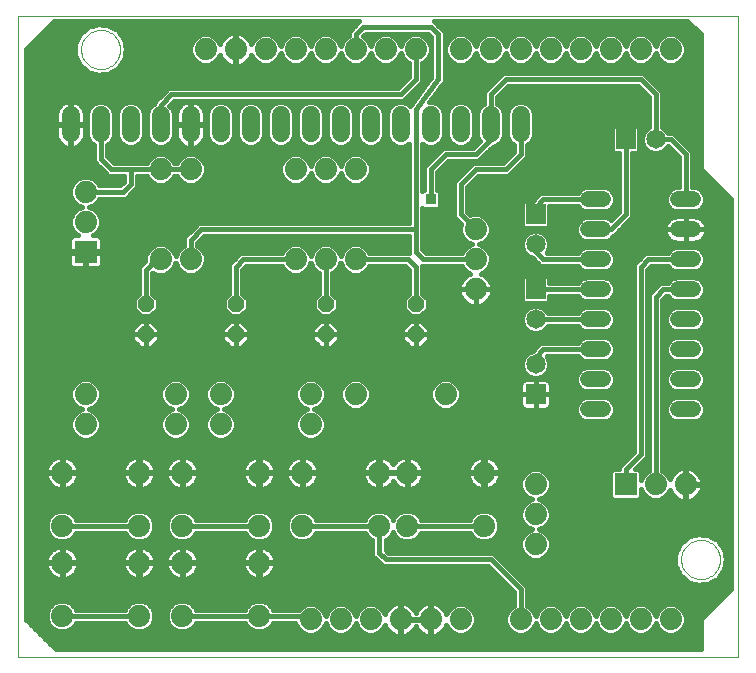
<source format=gbl>
G75*
G70*
%OFA0B0*%
%FSLAX24Y24*%
%IPPOS*%
%LPD*%
%AMOC8*
5,1,8,0,0,1.08239X$1,22.5*
%
%ADD10C,0.0000*%
%ADD11C,0.0740*%
%ADD12C,0.0600*%
%ADD13C,0.0520*%
%ADD14OC8,0.0520*%
%ADD15R,0.0740X0.0740*%
%ADD16R,0.0650X0.0650*%
%ADD17C,0.0650*%
%ADD18C,0.0160*%
%ADD19R,0.0356X0.0356*%
D10*
X006002Y000100D02*
X006002Y021470D01*
X029994Y021470D01*
X029994Y000100D01*
X006002Y000100D01*
X028102Y003350D02*
X028104Y003400D01*
X028110Y003450D01*
X028120Y003500D01*
X028133Y003548D01*
X028150Y003596D01*
X028171Y003642D01*
X028195Y003686D01*
X028223Y003728D01*
X028254Y003768D01*
X028288Y003805D01*
X028325Y003840D01*
X028364Y003871D01*
X028405Y003900D01*
X028449Y003925D01*
X028495Y003947D01*
X028542Y003965D01*
X028590Y003979D01*
X028639Y003990D01*
X028689Y003997D01*
X028739Y004000D01*
X028790Y003999D01*
X028840Y003994D01*
X028890Y003985D01*
X028938Y003973D01*
X028986Y003956D01*
X029032Y003936D01*
X029077Y003913D01*
X029120Y003886D01*
X029160Y003856D01*
X029198Y003823D01*
X029233Y003787D01*
X029266Y003748D01*
X029295Y003707D01*
X029321Y003664D01*
X029344Y003619D01*
X029363Y003572D01*
X029378Y003524D01*
X029390Y003475D01*
X029398Y003425D01*
X029402Y003375D01*
X029402Y003325D01*
X029398Y003275D01*
X029390Y003225D01*
X029378Y003176D01*
X029363Y003128D01*
X029344Y003081D01*
X029321Y003036D01*
X029295Y002993D01*
X029266Y002952D01*
X029233Y002913D01*
X029198Y002877D01*
X029160Y002844D01*
X029120Y002814D01*
X029077Y002787D01*
X029032Y002764D01*
X028986Y002744D01*
X028938Y002727D01*
X028890Y002715D01*
X028840Y002706D01*
X028790Y002701D01*
X028739Y002700D01*
X028689Y002703D01*
X028639Y002710D01*
X028590Y002721D01*
X028542Y002735D01*
X028495Y002753D01*
X028449Y002775D01*
X028405Y002800D01*
X028364Y002829D01*
X028325Y002860D01*
X028288Y002895D01*
X028254Y002932D01*
X028223Y002972D01*
X028195Y003014D01*
X028171Y003058D01*
X028150Y003104D01*
X028133Y003152D01*
X028120Y003200D01*
X028110Y003250D01*
X028104Y003300D01*
X028102Y003350D01*
X008102Y020350D02*
X008104Y020400D01*
X008110Y020450D01*
X008120Y020500D01*
X008133Y020548D01*
X008150Y020596D01*
X008171Y020642D01*
X008195Y020686D01*
X008223Y020728D01*
X008254Y020768D01*
X008288Y020805D01*
X008325Y020840D01*
X008364Y020871D01*
X008405Y020900D01*
X008449Y020925D01*
X008495Y020947D01*
X008542Y020965D01*
X008590Y020979D01*
X008639Y020990D01*
X008689Y020997D01*
X008739Y021000D01*
X008790Y020999D01*
X008840Y020994D01*
X008890Y020985D01*
X008938Y020973D01*
X008986Y020956D01*
X009032Y020936D01*
X009077Y020913D01*
X009120Y020886D01*
X009160Y020856D01*
X009198Y020823D01*
X009233Y020787D01*
X009266Y020748D01*
X009295Y020707D01*
X009321Y020664D01*
X009344Y020619D01*
X009363Y020572D01*
X009378Y020524D01*
X009390Y020475D01*
X009398Y020425D01*
X009402Y020375D01*
X009402Y020325D01*
X009398Y020275D01*
X009390Y020225D01*
X009378Y020176D01*
X009363Y020128D01*
X009344Y020081D01*
X009321Y020036D01*
X009295Y019993D01*
X009266Y019952D01*
X009233Y019913D01*
X009198Y019877D01*
X009160Y019844D01*
X009120Y019814D01*
X009077Y019787D01*
X009032Y019764D01*
X008986Y019744D01*
X008938Y019727D01*
X008890Y019715D01*
X008840Y019706D01*
X008790Y019701D01*
X008739Y019700D01*
X008689Y019703D01*
X008639Y019710D01*
X008590Y019721D01*
X008542Y019735D01*
X008495Y019753D01*
X008449Y019775D01*
X008405Y019800D01*
X008364Y019829D01*
X008325Y019860D01*
X008288Y019895D01*
X008254Y019932D01*
X008223Y019972D01*
X008195Y020014D01*
X008171Y020058D01*
X008150Y020104D01*
X008133Y020152D01*
X008120Y020200D01*
X008110Y020250D01*
X008104Y020300D01*
X008102Y020350D01*
D11*
X012252Y020350D03*
X013252Y020350D03*
X014252Y020350D03*
X015252Y020350D03*
X016252Y020350D03*
X017252Y020350D03*
X018252Y020350D03*
X019252Y020350D03*
X020752Y020350D03*
X021752Y020350D03*
X022752Y020350D03*
X023752Y020350D03*
X024752Y020350D03*
X025752Y020350D03*
X026752Y020350D03*
X027752Y020350D03*
X021252Y014350D03*
X021252Y013350D03*
X021252Y012350D03*
X017252Y013350D03*
X016252Y013350D03*
X015252Y013350D03*
X011752Y013350D03*
X010752Y013350D03*
X008252Y014600D03*
X008252Y015600D03*
X010752Y016350D03*
X011752Y016350D03*
X015252Y016350D03*
X016252Y016350D03*
X017252Y016350D03*
X017252Y008850D03*
X015752Y008850D03*
X015752Y007850D03*
X015472Y006240D03*
X014032Y006240D03*
X012752Y007850D03*
X012752Y008850D03*
X011252Y008850D03*
X011252Y007850D03*
X011472Y006240D03*
X010032Y006240D03*
X008252Y007850D03*
X008252Y008850D03*
X007472Y006240D03*
X007472Y004460D03*
X007472Y003240D03*
X007472Y001460D03*
X010032Y001460D03*
X011472Y001460D03*
X011472Y003240D03*
X010032Y003240D03*
X010032Y004460D03*
X011472Y004460D03*
X014032Y004460D03*
X015472Y004460D03*
X014032Y003240D03*
X014032Y001460D03*
X015752Y001350D03*
X016752Y001350D03*
X017752Y001350D03*
X018752Y001350D03*
X019752Y001350D03*
X020752Y001350D03*
X022752Y001350D03*
X023752Y001350D03*
X024752Y001350D03*
X025752Y001350D03*
X026752Y001350D03*
X027752Y001350D03*
X023252Y003850D03*
X023252Y004850D03*
X023252Y005850D03*
X021532Y006240D03*
X021532Y004460D03*
X018972Y004460D03*
X018032Y004460D03*
X018032Y006240D03*
X018972Y006240D03*
X020252Y008850D03*
X027252Y005850D03*
X028252Y005850D03*
D12*
X022752Y017550D02*
X022752Y018150D01*
X021752Y018150D02*
X021752Y017550D01*
X020752Y017550D02*
X020752Y018150D01*
X019752Y018150D02*
X019752Y017550D01*
X018752Y017550D02*
X018752Y018150D01*
X017752Y018150D02*
X017752Y017550D01*
X016752Y017550D02*
X016752Y018150D01*
X015752Y018150D02*
X015752Y017550D01*
X014752Y017550D02*
X014752Y018150D01*
X013752Y018150D02*
X013752Y017550D01*
X012752Y017550D02*
X012752Y018150D01*
X011752Y018150D02*
X011752Y017550D01*
X010752Y017550D02*
X010752Y018150D01*
X009752Y018150D02*
X009752Y017550D01*
X008752Y017550D02*
X008752Y018150D01*
X007752Y018150D02*
X007752Y017550D01*
D13*
X024992Y015350D02*
X025512Y015350D01*
X025512Y014350D02*
X024992Y014350D01*
X024992Y013350D02*
X025512Y013350D01*
X025512Y012350D02*
X024992Y012350D01*
X024992Y011350D02*
X025512Y011350D01*
X025512Y010350D02*
X024992Y010350D01*
X024992Y009350D02*
X025512Y009350D01*
X025512Y008350D02*
X024992Y008350D01*
X027992Y008350D02*
X028512Y008350D01*
X028512Y009350D02*
X027992Y009350D01*
X027992Y010350D02*
X028512Y010350D01*
X028512Y011350D02*
X027992Y011350D01*
X027992Y012350D02*
X028512Y012350D01*
X028512Y013350D02*
X027992Y013350D01*
X027992Y014350D02*
X028512Y014350D01*
X028512Y015350D02*
X027992Y015350D01*
D14*
X019252Y011850D03*
X019252Y010850D03*
X016252Y010850D03*
X016252Y011850D03*
X013252Y011850D03*
X013252Y010850D03*
X010252Y010850D03*
X010252Y011850D03*
D15*
X008252Y013600D03*
X026252Y005850D03*
D16*
X023252Y008850D03*
X023252Y012350D03*
X023252Y014850D03*
X026252Y017350D03*
D17*
X027252Y017350D03*
X023252Y013850D03*
X023252Y011350D03*
X023252Y009850D03*
D18*
X023252Y010100D01*
X023502Y010350D01*
X025252Y010350D01*
X024913Y010750D02*
X024766Y010689D01*
X024653Y010577D01*
X024651Y010570D01*
X023411Y010570D01*
X023282Y010441D01*
X023154Y010312D01*
X022989Y010244D01*
X022858Y010113D01*
X022787Y009942D01*
X022787Y009758D01*
X022858Y009587D01*
X022989Y009456D01*
X023160Y009385D01*
X023345Y009385D01*
X023516Y009456D01*
X023647Y009587D01*
X023717Y009758D01*
X023717Y009942D01*
X023647Y010113D01*
X023630Y010130D01*
X024651Y010130D01*
X024653Y010123D01*
X024766Y010011D01*
X024913Y009950D01*
X025592Y009950D01*
X025739Y010011D01*
X025851Y010123D01*
X025912Y010270D01*
X025912Y010430D01*
X025851Y010577D01*
X025739Y010689D01*
X025592Y010750D01*
X024913Y010750D01*
X024762Y010686D02*
X019692Y010686D01*
X019692Y010668D02*
X019692Y010850D01*
X019692Y011032D01*
X019435Y011290D01*
X019252Y011290D01*
X019070Y011290D01*
X018812Y011032D01*
X018812Y010850D01*
X018812Y010668D01*
X019070Y010410D01*
X019252Y010410D01*
X019252Y010850D01*
X018812Y010850D01*
X019252Y010850D01*
X019252Y010850D01*
X019252Y011290D01*
X019252Y010850D01*
X019252Y010850D01*
X019252Y010850D01*
X019252Y010410D01*
X019435Y010410D01*
X019692Y010668D01*
X019692Y010844D02*
X026532Y010844D01*
X026532Y010686D02*
X025743Y010686D01*
X025872Y010527D02*
X026532Y010527D01*
X026532Y010369D02*
X025912Y010369D01*
X025887Y010210D02*
X026532Y010210D01*
X026532Y010052D02*
X025780Y010052D01*
X025629Y009735D02*
X026532Y009735D01*
X026532Y009893D02*
X023717Y009893D01*
X023708Y009735D02*
X024875Y009735D01*
X024913Y009750D02*
X024766Y009689D01*
X024653Y009577D01*
X024592Y009430D01*
X024592Y009270D01*
X024653Y009123D01*
X024766Y009011D01*
X024913Y008950D01*
X025592Y008950D01*
X025739Y009011D01*
X025851Y009123D01*
X025912Y009270D01*
X025912Y009430D01*
X025851Y009577D01*
X025739Y009689D01*
X025592Y009750D01*
X024913Y009750D01*
X024653Y009576D02*
X023636Y009576D01*
X023601Y009355D02*
X023252Y009355D01*
X022904Y009355D01*
X022858Y009343D01*
X022817Y009319D01*
X022783Y009286D01*
X022760Y009244D01*
X022747Y009199D01*
X022747Y008850D01*
X022747Y008501D01*
X022760Y008456D01*
X022783Y008414D01*
X022817Y008381D01*
X022858Y008357D01*
X022904Y008345D01*
X023252Y008345D01*
X023252Y008850D01*
X022747Y008850D01*
X023252Y008850D01*
X023252Y008850D01*
X023252Y008850D01*
X023252Y009355D01*
X023252Y008850D01*
X023252Y008850D01*
X023252Y008345D01*
X023601Y008345D01*
X023647Y008357D01*
X023688Y008381D01*
X023721Y008414D01*
X023745Y008456D01*
X023757Y008501D01*
X023757Y008850D01*
X023757Y009199D01*
X023745Y009244D01*
X023721Y009286D01*
X023688Y009319D01*
X023647Y009343D01*
X023601Y009355D01*
X023737Y009259D02*
X024597Y009259D01*
X024592Y009418D02*
X023423Y009418D01*
X023252Y009259D02*
X023252Y009259D01*
X023252Y009101D02*
X023252Y009101D01*
X023252Y008942D02*
X023252Y008942D01*
X023252Y008850D02*
X023757Y008850D01*
X023252Y008850D01*
X023252Y008850D01*
X023252Y008784D02*
X023252Y008784D01*
X023252Y008625D02*
X023252Y008625D01*
X023252Y008467D02*
X023252Y008467D01*
X023748Y008467D02*
X024608Y008467D01*
X024592Y008430D02*
X024592Y008270D01*
X024653Y008123D01*
X024766Y008011D01*
X024913Y007950D01*
X025592Y007950D01*
X025739Y008011D01*
X025851Y008123D01*
X025912Y008270D01*
X025912Y008430D01*
X025851Y008577D01*
X025739Y008689D01*
X025592Y008750D01*
X024913Y008750D01*
X024766Y008689D01*
X024653Y008577D01*
X024592Y008430D01*
X024592Y008308D02*
X015979Y008308D01*
X016041Y008282D02*
X015878Y008350D01*
X016041Y008418D01*
X016185Y008561D01*
X016262Y008749D01*
X016262Y008951D01*
X016185Y009139D01*
X016041Y009282D01*
X015854Y009360D01*
X015651Y009360D01*
X015463Y009282D01*
X015320Y009139D01*
X015242Y008951D01*
X015242Y008749D01*
X015320Y008561D01*
X015463Y008418D01*
X015627Y008350D01*
X015463Y008282D01*
X015320Y008139D01*
X015242Y007951D01*
X015242Y007749D01*
X015320Y007561D01*
X015463Y007418D01*
X015651Y007340D01*
X015854Y007340D01*
X016041Y007418D01*
X016185Y007561D01*
X016262Y007749D01*
X016262Y007951D01*
X016185Y008139D01*
X016041Y008282D01*
X016174Y008150D02*
X024642Y008150D01*
X024814Y007991D02*
X016246Y007991D01*
X016262Y007833D02*
X026532Y007833D01*
X026532Y007991D02*
X025691Y007991D01*
X025862Y008150D02*
X026532Y008150D01*
X026532Y008308D02*
X025912Y008308D01*
X025897Y008467D02*
X026532Y008467D01*
X026532Y008625D02*
X025803Y008625D01*
X025829Y009101D02*
X026532Y009101D01*
X026532Y009259D02*
X025908Y009259D01*
X025912Y009418D02*
X026532Y009418D01*
X026532Y009576D02*
X025852Y009576D01*
X026532Y008942D02*
X023757Y008942D01*
X023757Y008784D02*
X026532Y008784D01*
X026972Y008784D02*
X027032Y008784D01*
X027032Y008942D02*
X026972Y008942D01*
X026972Y009101D02*
X027032Y009101D01*
X027032Y009259D02*
X026972Y009259D01*
X026972Y009418D02*
X027032Y009418D01*
X027032Y009576D02*
X026972Y009576D01*
X026972Y009735D02*
X027032Y009735D01*
X027032Y009893D02*
X026972Y009893D01*
X026972Y010052D02*
X027032Y010052D01*
X027032Y010210D02*
X026972Y010210D01*
X026972Y010369D02*
X027032Y010369D01*
X027032Y010527D02*
X026972Y010527D01*
X026972Y010686D02*
X027032Y010686D01*
X027032Y010844D02*
X026972Y010844D01*
X026972Y011003D02*
X027032Y011003D01*
X027032Y011161D02*
X026972Y011161D01*
X026972Y011320D02*
X027032Y011320D01*
X027032Y011478D02*
X026972Y011478D01*
X026972Y011637D02*
X027032Y011637D01*
X027032Y011795D02*
X026972Y011795D01*
X026972Y011954D02*
X027032Y011954D01*
X027032Y012112D02*
X026972Y012112D01*
X027032Y012191D02*
X027032Y006311D01*
X026963Y006282D01*
X026820Y006139D01*
X026762Y006000D01*
X026762Y006278D01*
X026680Y006360D01*
X026573Y006360D01*
X026972Y006759D01*
X026972Y013009D01*
X027093Y013130D01*
X027651Y013130D01*
X027653Y013123D01*
X027766Y013011D01*
X027913Y012950D01*
X028592Y012950D01*
X028739Y013011D01*
X028851Y013123D01*
X028912Y013270D01*
X028912Y013430D01*
X028851Y013577D01*
X028739Y013689D01*
X028592Y013750D01*
X027913Y013750D01*
X027766Y013689D01*
X027653Y013577D01*
X027651Y013570D01*
X026911Y013570D01*
X026661Y013320D01*
X026532Y013191D01*
X026532Y006941D01*
X026032Y006441D01*
X026032Y006360D01*
X025824Y006360D01*
X025742Y006278D01*
X025742Y005422D01*
X025824Y005340D01*
X026680Y005340D01*
X026762Y005422D01*
X026762Y005700D01*
X026820Y005561D01*
X026963Y005418D01*
X027151Y005340D01*
X027354Y005340D01*
X027541Y005418D01*
X027685Y005561D01*
X027731Y005674D01*
X027743Y005639D01*
X027782Y005562D01*
X027833Y005492D01*
X027894Y005430D01*
X027964Y005380D01*
X028041Y005340D01*
X028124Y005314D01*
X028209Y005300D01*
X028232Y005300D01*
X028232Y005830D01*
X028272Y005830D01*
X028272Y005300D01*
X028296Y005300D01*
X028381Y005314D01*
X028463Y005340D01*
X028541Y005380D01*
X028611Y005430D01*
X028672Y005492D01*
X028723Y005562D01*
X028762Y005639D01*
X028789Y005721D01*
X028802Y005807D01*
X028802Y005830D01*
X028272Y005830D01*
X028272Y005870D01*
X028232Y005870D01*
X028232Y006400D01*
X028209Y006400D01*
X028124Y006386D01*
X028041Y006360D01*
X027964Y006320D01*
X027894Y006270D01*
X027833Y006208D01*
X027782Y006138D01*
X027743Y006061D01*
X027731Y006026D01*
X027685Y006139D01*
X027541Y006282D01*
X027472Y006311D01*
X027472Y012009D01*
X027593Y012130D01*
X027651Y012130D01*
X027653Y012123D01*
X027766Y012011D01*
X027913Y011950D01*
X028592Y011950D01*
X028739Y012011D01*
X028851Y012123D01*
X028912Y012270D01*
X028912Y012430D01*
X028851Y012577D01*
X028739Y012689D01*
X028592Y012750D01*
X027913Y012750D01*
X027766Y012689D01*
X027653Y012577D01*
X027651Y012570D01*
X027411Y012570D01*
X027282Y012441D01*
X027032Y012191D01*
X026972Y012271D02*
X027112Y012271D01*
X026972Y012429D02*
X027270Y012429D01*
X027282Y012441D02*
X027282Y012441D01*
X027502Y012350D02*
X027252Y012100D01*
X027252Y005850D01*
X026798Y005614D02*
X026762Y005614D01*
X026762Y005455D02*
X026926Y005455D01*
X027579Y005455D02*
X027870Y005455D01*
X027756Y005614D02*
X027706Y005614D01*
X028232Y005614D02*
X028272Y005614D01*
X028272Y005772D02*
X028232Y005772D01*
X028272Y005870D02*
X028802Y005870D01*
X028802Y005893D01*
X028789Y005979D01*
X028762Y006061D01*
X028723Y006138D01*
X028672Y006208D01*
X028611Y006270D01*
X028541Y006320D01*
X028463Y006360D01*
X028381Y006386D01*
X028296Y006400D01*
X028272Y006400D01*
X028272Y005870D01*
X028272Y005931D02*
X028232Y005931D01*
X028232Y006089D02*
X028272Y006089D01*
X028272Y006248D02*
X028232Y006248D01*
X027872Y006248D02*
X027576Y006248D01*
X027472Y006406D02*
X029752Y006406D01*
X029752Y006248D02*
X028633Y006248D01*
X028748Y006089D02*
X029752Y006089D01*
X029752Y005931D02*
X028796Y005931D01*
X028797Y005772D02*
X029752Y005772D01*
X029752Y005614D02*
X028749Y005614D01*
X028635Y005455D02*
X029752Y005455D01*
X029752Y005297D02*
X023507Y005297D01*
X023541Y005282D02*
X023378Y005350D01*
X023541Y005418D01*
X023685Y005561D01*
X023762Y005749D01*
X023762Y005951D01*
X023685Y006139D01*
X023541Y006282D01*
X023354Y006360D01*
X023151Y006360D01*
X022963Y006282D01*
X022820Y006139D01*
X022742Y005951D01*
X022742Y005749D01*
X022820Y005561D01*
X022963Y005418D01*
X023127Y005350D01*
X022963Y005282D01*
X022820Y005139D01*
X022742Y004951D01*
X022742Y004749D01*
X022820Y004561D01*
X022963Y004418D01*
X023127Y004350D01*
X022963Y004282D01*
X022820Y004139D01*
X022742Y003951D01*
X022742Y003749D01*
X022820Y003561D01*
X022963Y003418D01*
X023151Y003340D01*
X023354Y003340D01*
X023541Y003418D01*
X023685Y003561D01*
X023762Y003749D01*
X023762Y003951D01*
X023685Y004139D01*
X023541Y004282D01*
X023378Y004350D01*
X023541Y004418D01*
X023685Y004561D01*
X023762Y004749D01*
X023762Y004951D01*
X023685Y005139D01*
X023541Y005282D01*
X023579Y005455D02*
X025742Y005455D01*
X025742Y005614D02*
X023706Y005614D01*
X023762Y005772D02*
X025742Y005772D01*
X025742Y005931D02*
X023762Y005931D01*
X023705Y006089D02*
X025742Y006089D01*
X025742Y006248D02*
X023576Y006248D01*
X022929Y006248D02*
X021552Y006248D01*
X021552Y006260D02*
X022082Y006260D01*
X022082Y006283D01*
X022069Y006369D01*
X022042Y006451D01*
X022003Y006528D01*
X021952Y006598D01*
X021891Y006660D01*
X021821Y006710D01*
X021743Y006750D01*
X021661Y006776D01*
X021576Y006790D01*
X021552Y006790D01*
X021552Y006260D01*
X021512Y006260D01*
X021512Y006220D01*
X020982Y006220D01*
X020982Y006197D01*
X020996Y006111D01*
X021023Y006029D01*
X021062Y005952D01*
X021113Y005882D01*
X021174Y005820D01*
X021244Y005770D01*
X021321Y005730D01*
X021404Y005704D01*
X021489Y005690D01*
X021512Y005690D01*
X021512Y006220D01*
X021552Y006220D01*
X021552Y005690D01*
X021576Y005690D01*
X021661Y005704D01*
X021743Y005730D01*
X021821Y005770D01*
X021891Y005820D01*
X021952Y005882D01*
X022003Y005952D01*
X022042Y006029D01*
X022069Y006111D01*
X022082Y006197D01*
X022082Y006220D01*
X021552Y006220D01*
X021552Y006260D01*
X021512Y006260D02*
X021512Y006790D01*
X021489Y006790D01*
X021404Y006776D01*
X021321Y006750D01*
X021244Y006710D01*
X021174Y006660D01*
X021113Y006598D01*
X021062Y006528D01*
X021023Y006451D01*
X020996Y006369D01*
X020982Y006283D01*
X020982Y006260D01*
X021512Y006260D01*
X021512Y006248D02*
X018992Y006248D01*
X018992Y006260D02*
X019522Y006260D01*
X019522Y006283D01*
X019509Y006369D01*
X019482Y006451D01*
X019443Y006528D01*
X019392Y006598D01*
X019331Y006660D01*
X019261Y006710D01*
X019183Y006750D01*
X019101Y006776D01*
X019016Y006790D01*
X018992Y006790D01*
X018992Y006260D01*
X018952Y006260D01*
X018952Y006220D01*
X018052Y006220D01*
X018052Y005690D01*
X018076Y005690D01*
X018161Y005704D01*
X018243Y005730D01*
X018321Y005770D01*
X018391Y005820D01*
X018452Y005882D01*
X018502Y005951D01*
X018553Y005882D01*
X018614Y005820D01*
X018684Y005770D01*
X018761Y005730D01*
X018844Y005704D01*
X018929Y005690D01*
X018952Y005690D01*
X018952Y006220D01*
X018992Y006220D01*
X018992Y005690D01*
X019016Y005690D01*
X019101Y005704D01*
X019183Y005730D01*
X019261Y005770D01*
X019331Y005820D01*
X019392Y005882D01*
X019443Y005952D01*
X019482Y006029D01*
X019509Y006111D01*
X019522Y006197D01*
X019522Y006220D01*
X018992Y006220D01*
X018992Y006260D01*
X018952Y006260D02*
X018952Y006790D01*
X018929Y006790D01*
X018844Y006776D01*
X018761Y006750D01*
X018684Y006710D01*
X018614Y006660D01*
X018553Y006598D01*
X018502Y006529D01*
X018452Y006598D01*
X018391Y006660D01*
X018321Y006710D01*
X018243Y006750D01*
X018161Y006776D01*
X018076Y006790D01*
X018052Y006790D01*
X018052Y006260D01*
X018012Y006260D01*
X018012Y006220D01*
X017482Y006220D01*
X017482Y006197D01*
X017496Y006111D01*
X017523Y006029D01*
X017562Y005952D01*
X017613Y005882D01*
X017674Y005820D01*
X017744Y005770D01*
X017821Y005730D01*
X017904Y005704D01*
X017989Y005690D01*
X018012Y005690D01*
X018012Y006220D01*
X018052Y006220D01*
X018052Y006260D01*
X018422Y006260D01*
X018952Y006260D01*
X018952Y006248D02*
X018052Y006248D01*
X018012Y006248D02*
X015492Y006248D01*
X015492Y006260D02*
X016022Y006260D01*
X016022Y006283D01*
X016009Y006369D01*
X015982Y006451D01*
X015943Y006528D01*
X015892Y006598D01*
X015831Y006660D01*
X015761Y006710D01*
X015683Y006750D01*
X015601Y006776D01*
X015516Y006790D01*
X015492Y006790D01*
X015492Y006260D01*
X015452Y006260D01*
X015452Y006220D01*
X014922Y006220D01*
X014922Y006197D01*
X014936Y006111D01*
X014963Y006029D01*
X015002Y005952D01*
X015053Y005882D01*
X015114Y005820D01*
X015184Y005770D01*
X015261Y005730D01*
X015344Y005704D01*
X015429Y005690D01*
X015452Y005690D01*
X015452Y006220D01*
X015492Y006220D01*
X015492Y005690D01*
X015516Y005690D01*
X015601Y005704D01*
X015683Y005730D01*
X015761Y005770D01*
X015831Y005820D01*
X015892Y005882D01*
X015943Y005952D01*
X015982Y006029D01*
X016009Y006111D01*
X016022Y006197D01*
X016022Y006220D01*
X015492Y006220D01*
X015492Y006260D01*
X015452Y006260D02*
X015452Y006790D01*
X015429Y006790D01*
X015344Y006776D01*
X015261Y006750D01*
X015184Y006710D01*
X015114Y006660D01*
X015053Y006598D01*
X015002Y006528D01*
X014963Y006451D01*
X014936Y006369D01*
X014922Y006283D01*
X014922Y006260D01*
X015452Y006260D01*
X015452Y006248D02*
X014052Y006248D01*
X014052Y006260D02*
X014582Y006260D01*
X014582Y006283D01*
X014569Y006369D01*
X014542Y006451D01*
X014503Y006528D01*
X014452Y006598D01*
X014391Y006660D01*
X014321Y006710D01*
X014243Y006750D01*
X014161Y006776D01*
X014076Y006790D01*
X014052Y006790D01*
X014052Y006260D01*
X014012Y006260D01*
X014012Y006220D01*
X013482Y006220D01*
X013482Y006197D01*
X013496Y006111D01*
X013523Y006029D01*
X013562Y005952D01*
X013613Y005882D01*
X013674Y005820D01*
X013744Y005770D01*
X013821Y005730D01*
X013904Y005704D01*
X013989Y005690D01*
X014012Y005690D01*
X014012Y006220D01*
X014052Y006220D01*
X014052Y005690D01*
X014076Y005690D01*
X014161Y005704D01*
X014243Y005730D01*
X014321Y005770D01*
X014391Y005820D01*
X014452Y005882D01*
X014503Y005952D01*
X014542Y006029D01*
X014569Y006111D01*
X014582Y006197D01*
X014582Y006220D01*
X014052Y006220D01*
X014052Y006260D01*
X014012Y006260D02*
X014012Y006790D01*
X013989Y006790D01*
X013904Y006776D01*
X013821Y006750D01*
X013744Y006710D01*
X013674Y006660D01*
X013613Y006598D01*
X013562Y006528D01*
X013523Y006451D01*
X013496Y006369D01*
X013482Y006283D01*
X013482Y006260D01*
X014012Y006260D01*
X014012Y006248D02*
X011492Y006248D01*
X011492Y006260D02*
X012022Y006260D01*
X012022Y006283D01*
X012009Y006369D01*
X011982Y006451D01*
X011943Y006528D01*
X011892Y006598D01*
X011831Y006660D01*
X011761Y006710D01*
X011683Y006750D01*
X011601Y006776D01*
X011516Y006790D01*
X011492Y006790D01*
X011492Y006260D01*
X011452Y006260D01*
X011452Y006220D01*
X010922Y006220D01*
X010922Y006197D01*
X010936Y006111D01*
X010963Y006029D01*
X011002Y005952D01*
X011053Y005882D01*
X011114Y005820D01*
X011184Y005770D01*
X011261Y005730D01*
X011344Y005704D01*
X011429Y005690D01*
X011452Y005690D01*
X011452Y006220D01*
X011492Y006220D01*
X011492Y005690D01*
X011516Y005690D01*
X011601Y005704D01*
X011683Y005730D01*
X011761Y005770D01*
X011831Y005820D01*
X011892Y005882D01*
X011943Y005952D01*
X011982Y006029D01*
X012009Y006111D01*
X012022Y006197D01*
X012022Y006220D01*
X011492Y006220D01*
X011492Y006260D01*
X011452Y006260D02*
X011452Y006790D01*
X011429Y006790D01*
X011344Y006776D01*
X011261Y006750D01*
X011184Y006710D01*
X011114Y006660D01*
X011053Y006598D01*
X011002Y006528D01*
X010963Y006451D01*
X010936Y006369D01*
X010922Y006283D01*
X010922Y006260D01*
X011452Y006260D01*
X011452Y006248D02*
X010052Y006248D01*
X010052Y006260D02*
X010582Y006260D01*
X010582Y006283D01*
X010569Y006369D01*
X010542Y006451D01*
X010503Y006528D01*
X010452Y006598D01*
X010391Y006660D01*
X010321Y006710D01*
X010243Y006750D01*
X010161Y006776D01*
X010076Y006790D01*
X010052Y006790D01*
X010052Y006260D01*
X010012Y006260D01*
X010012Y006220D01*
X009482Y006220D01*
X009482Y006197D01*
X009496Y006111D01*
X009523Y006029D01*
X009562Y005952D01*
X009613Y005882D01*
X009674Y005820D01*
X009744Y005770D01*
X009821Y005730D01*
X009904Y005704D01*
X009989Y005690D01*
X010012Y005690D01*
X010012Y006220D01*
X010052Y006220D01*
X010052Y005690D01*
X010076Y005690D01*
X010161Y005704D01*
X010243Y005730D01*
X010321Y005770D01*
X010391Y005820D01*
X010452Y005882D01*
X010503Y005952D01*
X010542Y006029D01*
X010569Y006111D01*
X010582Y006197D01*
X010582Y006220D01*
X010052Y006220D01*
X010052Y006260D01*
X010012Y006260D02*
X010012Y006790D01*
X009989Y006790D01*
X009904Y006776D01*
X009821Y006750D01*
X009744Y006710D01*
X009674Y006660D01*
X009613Y006598D01*
X009562Y006528D01*
X009523Y006451D01*
X009496Y006369D01*
X009482Y006283D01*
X009482Y006260D01*
X010012Y006260D01*
X010012Y006248D02*
X007492Y006248D01*
X007492Y006260D02*
X008022Y006260D01*
X008022Y006283D01*
X008009Y006369D01*
X007982Y006451D01*
X007943Y006528D01*
X007892Y006598D01*
X007831Y006660D01*
X007761Y006710D01*
X007683Y006750D01*
X007601Y006776D01*
X007516Y006790D01*
X007492Y006790D01*
X007492Y006260D01*
X007452Y006260D01*
X007452Y006220D01*
X006922Y006220D01*
X006922Y006197D01*
X006936Y006111D01*
X006963Y006029D01*
X007002Y005952D01*
X007053Y005882D01*
X007114Y005820D01*
X007184Y005770D01*
X007261Y005730D01*
X007344Y005704D01*
X007429Y005690D01*
X007452Y005690D01*
X007452Y006220D01*
X007492Y006220D01*
X007492Y005690D01*
X007516Y005690D01*
X007601Y005704D01*
X007683Y005730D01*
X007761Y005770D01*
X007831Y005820D01*
X007892Y005882D01*
X007943Y005952D01*
X007982Y006029D01*
X008009Y006111D01*
X008022Y006197D01*
X008022Y006220D01*
X007492Y006220D01*
X007492Y006260D01*
X007452Y006260D02*
X007452Y006790D01*
X007429Y006790D01*
X007344Y006776D01*
X007261Y006750D01*
X007184Y006710D01*
X007114Y006660D01*
X007053Y006598D01*
X007002Y006528D01*
X006963Y006451D01*
X006936Y006369D01*
X006922Y006283D01*
X006922Y006260D01*
X007452Y006260D01*
X007452Y006248D02*
X006252Y006248D01*
X006252Y006406D02*
X006948Y006406D01*
X007028Y006565D02*
X006252Y006565D01*
X006252Y006723D02*
X007209Y006723D01*
X007452Y006723D02*
X007492Y006723D01*
X007492Y006565D02*
X007452Y006565D01*
X007452Y006406D02*
X007492Y006406D01*
X007736Y006723D02*
X009769Y006723D01*
X009588Y006565D02*
X007916Y006565D01*
X007997Y006406D02*
X009508Y006406D01*
X009503Y006089D02*
X008002Y006089D01*
X007927Y005931D02*
X009577Y005931D01*
X009741Y005772D02*
X007764Y005772D01*
X007492Y005772D02*
X007452Y005772D01*
X007452Y005931D02*
X007492Y005931D01*
X007492Y006089D02*
X007452Y006089D01*
X007181Y005772D02*
X006252Y005772D01*
X006252Y005614D02*
X022798Y005614D01*
X022742Y005772D02*
X021824Y005772D01*
X021987Y005931D02*
X022742Y005931D01*
X022799Y006089D02*
X022062Y006089D01*
X022057Y006406D02*
X026032Y006406D01*
X026156Y006565D02*
X021976Y006565D01*
X021796Y006723D02*
X026314Y006723D01*
X026473Y006882D02*
X006252Y006882D01*
X006252Y007040D02*
X026532Y007040D01*
X026532Y007199D02*
X006252Y007199D01*
X006252Y007357D02*
X008110Y007357D01*
X008151Y007340D02*
X007963Y007418D01*
X007820Y007561D01*
X007742Y007749D01*
X007742Y007951D01*
X007820Y008139D01*
X007963Y008282D01*
X008127Y008350D01*
X007963Y008418D01*
X007820Y008561D01*
X007742Y008749D01*
X007742Y008951D01*
X007820Y009139D01*
X007963Y009282D01*
X008151Y009360D01*
X008354Y009360D01*
X008541Y009282D01*
X008685Y009139D01*
X008762Y008951D01*
X008762Y008749D01*
X008685Y008561D01*
X008541Y008418D01*
X008378Y008350D01*
X008541Y008282D01*
X008685Y008139D01*
X008762Y007951D01*
X008762Y007749D01*
X008685Y007561D01*
X008541Y007418D01*
X008354Y007340D01*
X008151Y007340D01*
X008395Y007357D02*
X011110Y007357D01*
X011151Y007340D02*
X010963Y007418D01*
X010820Y007561D01*
X010742Y007749D01*
X010742Y007951D01*
X010820Y008139D01*
X010963Y008282D01*
X011127Y008350D01*
X010963Y008418D01*
X010820Y008561D01*
X010742Y008749D01*
X010742Y008951D01*
X010820Y009139D01*
X010963Y009282D01*
X011151Y009360D01*
X011354Y009360D01*
X011541Y009282D01*
X011685Y009139D01*
X011762Y008951D01*
X011762Y008749D01*
X011685Y008561D01*
X011541Y008418D01*
X011378Y008350D01*
X011541Y008282D01*
X011685Y008139D01*
X011762Y007951D01*
X011762Y007749D01*
X011685Y007561D01*
X011541Y007418D01*
X011354Y007340D01*
X011151Y007340D01*
X011395Y007357D02*
X012610Y007357D01*
X012651Y007340D02*
X012463Y007418D01*
X012320Y007561D01*
X012242Y007749D01*
X012242Y007951D01*
X012320Y008139D01*
X012463Y008282D01*
X012627Y008350D01*
X012463Y008418D01*
X012320Y008561D01*
X012242Y008749D01*
X012242Y008951D01*
X012320Y009139D01*
X012463Y009282D01*
X012651Y009360D01*
X012854Y009360D01*
X013041Y009282D01*
X013185Y009139D01*
X013262Y008951D01*
X013262Y008749D01*
X013185Y008561D01*
X013041Y008418D01*
X012878Y008350D01*
X013041Y008282D01*
X013185Y008139D01*
X013262Y007951D01*
X013262Y007749D01*
X013185Y007561D01*
X013041Y007418D01*
X012854Y007340D01*
X012651Y007340D01*
X012895Y007357D02*
X015610Y007357D01*
X015895Y007357D02*
X026532Y007357D01*
X026532Y007516D02*
X016139Y007516D01*
X016231Y007674D02*
X026532Y007674D01*
X026972Y007674D02*
X027032Y007674D01*
X027032Y007516D02*
X026972Y007516D01*
X026972Y007357D02*
X027032Y007357D01*
X027032Y007199D02*
X026972Y007199D01*
X026972Y007040D02*
X027032Y007040D01*
X027032Y006882D02*
X026972Y006882D01*
X026937Y006723D02*
X027032Y006723D01*
X027032Y006565D02*
X026778Y006565D01*
X026620Y006406D02*
X027032Y006406D01*
X026929Y006248D02*
X026762Y006248D01*
X026762Y006089D02*
X026799Y006089D01*
X026252Y005850D02*
X026252Y006350D01*
X026752Y006850D01*
X026752Y013100D01*
X027002Y013350D01*
X028252Y013350D01*
X027785Y013697D02*
X025720Y013697D01*
X025739Y013689D02*
X025592Y013750D01*
X024913Y013750D01*
X024766Y013689D01*
X024653Y013577D01*
X024651Y013570D01*
X023630Y013570D01*
X023647Y013587D01*
X023717Y013758D01*
X023717Y013942D01*
X023647Y014113D01*
X023516Y014244D01*
X023345Y014315D01*
X023160Y014315D01*
X022989Y014244D01*
X022858Y014113D01*
X022787Y013942D01*
X022787Y013758D01*
X022858Y013587D01*
X022989Y013456D01*
X023154Y013388D01*
X023282Y013259D01*
X023411Y013130D01*
X024651Y013130D01*
X024653Y013123D01*
X024766Y013011D01*
X024913Y012950D01*
X025592Y012950D01*
X025739Y013011D01*
X025851Y013123D01*
X025912Y013270D01*
X025912Y013430D01*
X025851Y013577D01*
X025739Y013689D01*
X025867Y013539D02*
X026880Y013539D01*
X026721Y013380D02*
X025912Y013380D01*
X025892Y013222D02*
X026563Y013222D01*
X026532Y013063D02*
X025791Y013063D01*
X025601Y012746D02*
X026532Y012746D01*
X026532Y012588D02*
X025841Y012588D01*
X025851Y012577D02*
X025739Y012689D01*
X025592Y012750D01*
X024913Y012750D01*
X024766Y012689D01*
X024653Y012577D01*
X024651Y012570D01*
X023717Y012570D01*
X023717Y012733D01*
X023635Y012815D01*
X022869Y012815D01*
X022787Y012733D01*
X022787Y011967D01*
X022869Y011885D01*
X023635Y011885D01*
X023717Y011967D01*
X023717Y012130D01*
X024651Y012130D01*
X024653Y012123D01*
X024766Y012011D01*
X024913Y011950D01*
X025592Y011950D01*
X025739Y012011D01*
X025851Y012123D01*
X025912Y012270D01*
X025912Y012430D01*
X025851Y012577D01*
X025912Y012429D02*
X026532Y012429D01*
X026532Y012271D02*
X025912Y012271D01*
X025840Y012112D02*
X026532Y012112D01*
X026532Y011954D02*
X025600Y011954D01*
X025592Y011750D02*
X024913Y011750D01*
X024766Y011689D01*
X024653Y011577D01*
X024651Y011570D01*
X023665Y011570D01*
X023647Y011613D01*
X023516Y011744D01*
X023345Y011815D01*
X023160Y011815D01*
X022989Y011744D01*
X022858Y011613D01*
X022787Y011442D01*
X022787Y011258D01*
X022858Y011087D01*
X022989Y010956D01*
X023160Y010885D01*
X023345Y010885D01*
X023516Y010956D01*
X023647Y011087D01*
X023665Y011130D01*
X024651Y011130D01*
X024653Y011123D01*
X024766Y011011D01*
X024913Y010950D01*
X025592Y010950D01*
X025739Y011011D01*
X025851Y011123D01*
X025912Y011270D01*
X025912Y011430D01*
X025851Y011577D01*
X025739Y011689D01*
X025592Y011750D01*
X025792Y011637D02*
X026532Y011637D01*
X026532Y011795D02*
X023393Y011795D01*
X023623Y011637D02*
X024713Y011637D01*
X024904Y011954D02*
X023704Y011954D01*
X023717Y012112D02*
X024665Y012112D01*
X024664Y012588D02*
X023717Y012588D01*
X023704Y012746D02*
X024903Y012746D01*
X024714Y013063D02*
X021686Y013063D01*
X021685Y013061D02*
X021762Y013249D01*
X021762Y013451D01*
X021685Y013639D01*
X021541Y013782D01*
X021378Y013850D01*
X021541Y013918D01*
X021685Y014061D01*
X021762Y014249D01*
X021762Y014451D01*
X021685Y014639D01*
X021541Y014782D01*
X021354Y014860D01*
X021151Y014860D01*
X021082Y014831D01*
X020972Y014941D01*
X020972Y015759D01*
X021343Y016130D01*
X022343Y016130D01*
X022843Y016630D01*
X022972Y016759D01*
X022972Y017165D01*
X023002Y017177D01*
X023125Y017301D01*
X023192Y017462D01*
X023192Y018238D01*
X023125Y018399D01*
X023002Y018523D01*
X022840Y018590D01*
X022665Y018590D01*
X022503Y018523D01*
X022379Y018399D01*
X022312Y018238D01*
X022312Y017462D01*
X022379Y017301D01*
X022503Y017177D01*
X022532Y017165D01*
X022532Y016941D01*
X022161Y016570D01*
X021161Y016570D01*
X020661Y016070D01*
X020532Y015941D01*
X020532Y014759D01*
X020771Y014520D01*
X020742Y014451D01*
X020742Y014249D01*
X020820Y014061D01*
X020963Y013918D01*
X021127Y013850D01*
X020963Y013782D01*
X020820Y013639D01*
X020791Y013570D01*
X019593Y013570D01*
X019472Y013691D01*
X019472Y015076D01*
X019516Y015032D01*
X019988Y015032D01*
X020070Y015114D01*
X020070Y015586D01*
X019988Y015668D01*
X019972Y015668D01*
X019972Y016259D01*
X020343Y016630D01*
X021343Y016630D01*
X021472Y016759D01*
X021823Y017110D01*
X021840Y017110D01*
X022002Y017177D01*
X022125Y017301D01*
X022192Y017462D01*
X022192Y018238D01*
X022125Y018399D01*
X022002Y018523D01*
X021972Y018535D01*
X021972Y018759D01*
X022343Y019130D01*
X026661Y019130D01*
X027032Y018759D01*
X027032Y017762D01*
X026989Y017744D01*
X026858Y017613D01*
X026787Y017442D01*
X026787Y017258D01*
X026858Y017087D01*
X026989Y016956D01*
X027160Y016885D01*
X027345Y016885D01*
X027516Y016956D01*
X027647Y017087D01*
X027664Y017128D01*
X028032Y016759D01*
X028032Y015750D01*
X027913Y015750D01*
X027766Y015689D01*
X027653Y015577D01*
X027592Y015430D01*
X027592Y015270D01*
X027653Y015123D01*
X027766Y015011D01*
X027913Y014950D01*
X028592Y014950D01*
X028739Y015011D01*
X028851Y015123D01*
X028912Y015270D01*
X028912Y015430D01*
X028851Y015577D01*
X028739Y015689D01*
X028592Y015750D01*
X028472Y015750D01*
X028472Y016941D01*
X027972Y017441D01*
X027843Y017570D01*
X027665Y017570D01*
X027647Y017613D01*
X027516Y017744D01*
X027472Y017762D01*
X027472Y018941D01*
X027343Y019070D01*
X026843Y019570D01*
X022161Y019570D01*
X022032Y019441D01*
X021532Y018941D01*
X021532Y018535D01*
X021503Y018523D01*
X021379Y018399D01*
X021312Y018238D01*
X021312Y017462D01*
X021379Y017301D01*
X021386Y017294D01*
X021161Y017070D01*
X020161Y017070D01*
X019661Y016570D01*
X019532Y016441D01*
X019532Y015668D01*
X019516Y015668D01*
X019472Y015624D01*
X019472Y017208D01*
X019503Y017177D01*
X019665Y017110D01*
X019840Y017110D01*
X020002Y017177D01*
X020125Y017301D01*
X020192Y017462D01*
X020192Y018238D01*
X020125Y018399D01*
X020002Y018523D01*
X019840Y018590D01*
X019707Y018590D01*
X020169Y019205D01*
X020222Y019259D01*
X020222Y019277D01*
X020233Y019291D01*
X020222Y019366D01*
X020222Y020941D01*
X020093Y021070D01*
X019873Y021290D01*
X028312Y021290D01*
X028752Y020850D01*
X028752Y016350D01*
X029752Y015350D01*
X029752Y002350D01*
X028752Y001350D01*
X028752Y000350D01*
X007252Y000350D01*
X006252Y001350D01*
X006252Y020350D01*
X007192Y021290D01*
X017381Y021290D01*
X017282Y021191D01*
X017032Y020941D01*
X017032Y020811D01*
X016963Y020782D01*
X016820Y020639D01*
X016752Y020476D01*
X016685Y020639D01*
X016541Y020782D01*
X016354Y020860D01*
X016151Y020860D01*
X015963Y020782D01*
X015820Y020639D01*
X015752Y020476D01*
X015685Y020639D01*
X015541Y020782D01*
X015354Y020860D01*
X015151Y020860D01*
X014963Y020782D01*
X014820Y020639D01*
X014752Y020476D01*
X014685Y020639D01*
X014541Y020782D01*
X014354Y020860D01*
X014151Y020860D01*
X013963Y020782D01*
X013820Y020639D01*
X013773Y020526D01*
X013762Y020561D01*
X013723Y020638D01*
X013672Y020708D01*
X013611Y020770D01*
X013541Y020820D01*
X013463Y020860D01*
X013381Y020886D01*
X013296Y020900D01*
X013272Y020900D01*
X013272Y020370D01*
X013232Y020370D01*
X013232Y020900D01*
X013209Y020900D01*
X013124Y020886D01*
X013041Y020860D01*
X012964Y020820D01*
X012894Y020770D01*
X012833Y020708D01*
X012782Y020638D01*
X012743Y020561D01*
X012731Y020526D01*
X012685Y020639D01*
X012541Y020782D01*
X012354Y020860D01*
X012151Y020860D01*
X011963Y020782D01*
X011820Y020639D01*
X011742Y020451D01*
X011742Y020249D01*
X011820Y020061D01*
X011963Y019918D01*
X012151Y019840D01*
X012354Y019840D01*
X012541Y019918D01*
X012685Y020061D01*
X012731Y020174D01*
X012743Y020139D01*
X012782Y020062D01*
X012833Y019992D01*
X012894Y019930D01*
X012964Y019880D01*
X013041Y019840D01*
X013124Y019814D01*
X013209Y019800D01*
X013232Y019800D01*
X013232Y020330D01*
X013272Y020330D01*
X013272Y019800D01*
X013296Y019800D01*
X013381Y019814D01*
X013463Y019840D01*
X013541Y019880D01*
X013611Y019930D01*
X013672Y019992D01*
X013723Y020062D01*
X013762Y020139D01*
X013773Y020174D01*
X013820Y020061D01*
X013963Y019918D01*
X014151Y019840D01*
X014354Y019840D01*
X014541Y019918D01*
X014685Y020061D01*
X014752Y020224D01*
X014820Y020061D01*
X014963Y019918D01*
X015151Y019840D01*
X015354Y019840D01*
X015541Y019918D01*
X015685Y020061D01*
X015752Y020224D01*
X015820Y020061D01*
X015963Y019918D01*
X016151Y019840D01*
X016354Y019840D01*
X016541Y019918D01*
X016685Y020061D01*
X016752Y020224D01*
X016820Y020061D01*
X016963Y019918D01*
X017151Y019840D01*
X017354Y019840D01*
X017541Y019918D01*
X017685Y020061D01*
X017752Y020224D01*
X017820Y020061D01*
X017963Y019918D01*
X018151Y019840D01*
X018354Y019840D01*
X018541Y019918D01*
X018685Y020061D01*
X018752Y020224D01*
X018820Y020061D01*
X018963Y019918D01*
X019032Y019889D01*
X019032Y019441D01*
X018661Y019070D01*
X011015Y019070D01*
X010886Y018941D01*
X010532Y018588D01*
X010532Y018535D01*
X010503Y018523D01*
X010379Y018399D01*
X010312Y018238D01*
X010312Y017462D01*
X010379Y017301D01*
X010503Y017177D01*
X010665Y017110D01*
X010840Y017110D01*
X011002Y017177D01*
X011125Y017301D01*
X011192Y017462D01*
X011192Y018238D01*
X011125Y018399D01*
X011046Y018479D01*
X011197Y018630D01*
X018843Y018630D01*
X019343Y019130D01*
X019472Y019259D01*
X019472Y019889D01*
X019541Y019918D01*
X019685Y020061D01*
X019762Y020249D01*
X019762Y020451D01*
X019685Y020639D01*
X019541Y020782D01*
X019354Y020860D01*
X019151Y020860D01*
X018963Y020782D01*
X018820Y020639D01*
X018752Y020476D01*
X018685Y020639D01*
X018541Y020782D01*
X018354Y020860D01*
X018151Y020860D01*
X017963Y020782D01*
X017820Y020639D01*
X017752Y020476D01*
X017685Y020639D01*
X017541Y020782D01*
X017509Y020796D01*
X017593Y020880D01*
X019661Y020880D01*
X019782Y020759D01*
X019782Y019423D01*
X019086Y018495D01*
X019058Y018467D01*
X019002Y018523D01*
X018840Y018590D01*
X018665Y018590D01*
X018503Y018523D01*
X018379Y018399D01*
X018312Y018238D01*
X018312Y017462D01*
X018379Y017301D01*
X018503Y017177D01*
X018665Y017110D01*
X018840Y017110D01*
X019002Y017177D01*
X019032Y017208D01*
X019032Y014570D01*
X012015Y014570D01*
X011886Y014441D01*
X011532Y014088D01*
X011532Y013811D01*
X011463Y013782D01*
X011320Y013639D01*
X011252Y013476D01*
X011185Y013639D01*
X011041Y013782D01*
X010854Y013860D01*
X010651Y013860D01*
X010463Y013782D01*
X010320Y013639D01*
X010242Y013451D01*
X010242Y013298D01*
X010161Y013216D01*
X010032Y013088D01*
X010032Y012196D01*
X009852Y012016D01*
X009852Y011684D01*
X010087Y011450D01*
X010418Y011450D01*
X010652Y011684D01*
X010652Y012016D01*
X010472Y012196D01*
X010472Y012905D01*
X010478Y012911D01*
X010651Y012840D01*
X010854Y012840D01*
X011041Y012918D01*
X011185Y013061D01*
X011252Y013224D01*
X011320Y013061D01*
X011463Y012918D01*
X011651Y012840D01*
X011854Y012840D01*
X012041Y012918D01*
X012185Y013061D01*
X012262Y013249D01*
X012262Y013451D01*
X012185Y013639D01*
X012041Y013782D01*
X011972Y013811D01*
X011972Y013905D01*
X012197Y014130D01*
X019032Y014130D01*
X019032Y013570D01*
X017713Y013570D01*
X017685Y013639D01*
X017541Y013782D01*
X017354Y013860D01*
X017151Y013860D01*
X016963Y013782D01*
X016820Y013639D01*
X016752Y013476D01*
X016685Y013639D01*
X016541Y013782D01*
X016354Y013860D01*
X016151Y013860D01*
X015963Y013782D01*
X015820Y013639D01*
X015752Y013476D01*
X015685Y013639D01*
X015541Y013782D01*
X015354Y013860D01*
X015151Y013860D01*
X014963Y013782D01*
X014820Y013639D01*
X014791Y013570D01*
X013411Y013570D01*
X013032Y013191D01*
X013032Y012196D01*
X012852Y012016D01*
X012852Y011684D01*
X013087Y011450D01*
X013418Y011450D01*
X013652Y011684D01*
X013652Y012016D01*
X013472Y012196D01*
X013472Y013009D01*
X013593Y013130D01*
X014791Y013130D01*
X014820Y013061D01*
X014963Y012918D01*
X015151Y012840D01*
X015354Y012840D01*
X015541Y012918D01*
X015685Y013061D01*
X015752Y013224D01*
X015820Y013061D01*
X015963Y012918D01*
X016032Y012889D01*
X016032Y012196D01*
X015852Y012016D01*
X015852Y011684D01*
X016087Y011450D01*
X016418Y011450D01*
X016652Y011684D01*
X016652Y012016D01*
X016472Y012196D01*
X016472Y012889D01*
X016541Y012918D01*
X016685Y013061D01*
X016752Y013224D01*
X016820Y013061D01*
X016963Y012918D01*
X017151Y012840D01*
X017354Y012840D01*
X017541Y012918D01*
X017685Y013061D01*
X017713Y013130D01*
X018911Y013130D01*
X019032Y013009D01*
X019032Y012196D01*
X018852Y012016D01*
X018852Y011684D01*
X019087Y011450D01*
X019418Y011450D01*
X019652Y011684D01*
X019652Y012016D01*
X019472Y012196D01*
X019472Y013130D01*
X020791Y013130D01*
X020820Y013061D01*
X020963Y012918D01*
X021076Y012871D01*
X021041Y012860D01*
X020964Y012820D01*
X020894Y012770D01*
X020833Y012708D01*
X020782Y012638D01*
X020743Y012561D01*
X020716Y012479D01*
X020702Y012393D01*
X020702Y012350D01*
X021252Y012350D01*
X020702Y012350D01*
X020702Y012307D01*
X020716Y012221D01*
X020743Y012139D01*
X020782Y012062D01*
X020833Y011992D01*
X020894Y011930D01*
X020964Y011880D01*
X021041Y011840D01*
X021124Y011814D01*
X021209Y011800D01*
X021252Y011800D01*
X021252Y012350D01*
X021252Y012350D01*
X021252Y012350D01*
X021252Y011800D01*
X021296Y011800D01*
X021381Y011814D01*
X021463Y011840D01*
X021541Y011880D01*
X021611Y011930D01*
X021672Y011992D01*
X021723Y012062D01*
X021762Y012139D01*
X021789Y012221D01*
X021802Y012307D01*
X021802Y012350D01*
X021802Y012393D01*
X021789Y012479D01*
X021762Y012561D01*
X021723Y012638D01*
X021672Y012708D01*
X021611Y012770D01*
X021541Y012820D01*
X021463Y012860D01*
X021429Y012871D01*
X021541Y012918D01*
X021685Y013061D01*
X021751Y013222D02*
X023320Y013222D01*
X023502Y013350D02*
X025252Y013350D01*
X024785Y013697D02*
X023692Y013697D01*
X023717Y013856D02*
X029752Y013856D01*
X029752Y014014D02*
X028799Y014014D01*
X028848Y014063D01*
X028889Y014119D01*
X028920Y014181D01*
X028942Y014247D01*
X028952Y014315D01*
X028952Y014350D01*
X028952Y014385D01*
X028942Y014453D01*
X028920Y014519D01*
X028889Y014581D01*
X028848Y014637D01*
X028799Y014686D01*
X028743Y014726D01*
X028681Y014758D01*
X028615Y014779D01*
X028547Y014790D01*
X028252Y014790D01*
X027958Y014790D01*
X027889Y014779D01*
X027823Y014758D01*
X027762Y014726D01*
X027706Y014686D01*
X027657Y014637D01*
X027616Y014581D01*
X027585Y014519D01*
X027563Y014453D01*
X027552Y014385D01*
X027552Y014350D01*
X027552Y014315D01*
X027563Y014247D01*
X027585Y014181D01*
X027616Y014119D01*
X027657Y014063D01*
X027706Y014014D01*
X025742Y014014D01*
X025739Y014011D02*
X025851Y014123D01*
X025862Y014148D01*
X026472Y014759D01*
X026472Y016885D01*
X026635Y016885D01*
X026717Y016967D01*
X026717Y017733D01*
X026635Y017815D01*
X025869Y017815D01*
X025787Y017733D01*
X025787Y016967D01*
X025869Y016885D01*
X026032Y016885D01*
X026032Y014941D01*
X025760Y014668D01*
X025739Y014689D01*
X025592Y014750D01*
X024913Y014750D01*
X024766Y014689D01*
X024653Y014577D01*
X024592Y014430D01*
X024592Y014270D01*
X024653Y014123D01*
X024766Y014011D01*
X024913Y013950D01*
X025592Y013950D01*
X025739Y014011D01*
X025886Y014173D02*
X027589Y014173D01*
X027552Y014331D02*
X026045Y014331D01*
X026203Y014490D02*
X027575Y014490D01*
X027552Y014350D02*
X028252Y014350D01*
X027552Y014350D01*
X027706Y014014D02*
X027762Y013974D01*
X027823Y013942D01*
X027889Y013921D01*
X027958Y013910D01*
X028252Y013910D01*
X028252Y014350D01*
X028252Y014350D01*
X028252Y014350D01*
X028252Y014790D01*
X028252Y014350D01*
X028252Y014350D01*
X028252Y013910D01*
X028547Y013910D01*
X028615Y013921D01*
X028681Y013942D01*
X028743Y013974D01*
X028799Y014014D01*
X028916Y014173D02*
X029752Y014173D01*
X029752Y014331D02*
X028952Y014331D01*
X028952Y014350D02*
X028252Y014350D01*
X028952Y014350D01*
X028930Y014490D02*
X029752Y014490D01*
X029752Y014648D02*
X028837Y014648D01*
X028628Y014965D02*
X029752Y014965D01*
X029752Y014807D02*
X026472Y014807D01*
X026472Y014965D02*
X027876Y014965D01*
X027653Y015124D02*
X026472Y015124D01*
X026472Y015282D02*
X027592Y015282D01*
X027597Y015441D02*
X026472Y015441D01*
X026472Y015599D02*
X027676Y015599D01*
X028032Y015758D02*
X026472Y015758D01*
X026472Y015916D02*
X028032Y015916D01*
X028032Y016075D02*
X026472Y016075D01*
X026472Y016233D02*
X028032Y016233D01*
X028032Y016392D02*
X026472Y016392D01*
X026472Y016550D02*
X028032Y016550D01*
X028032Y016709D02*
X026472Y016709D01*
X026472Y016867D02*
X027924Y016867D01*
X027766Y017026D02*
X027586Y017026D01*
X027752Y017350D02*
X027252Y017350D01*
X027252Y018850D01*
X026752Y019350D01*
X022252Y019350D01*
X021752Y018850D01*
X021752Y017850D01*
X021752Y017350D01*
X021252Y016850D01*
X020252Y016850D01*
X019752Y016350D01*
X019752Y015350D01*
X020070Y015282D02*
X020532Y015282D01*
X020532Y015124D02*
X020070Y015124D01*
X020070Y015441D02*
X020532Y015441D01*
X020532Y015599D02*
X020058Y015599D01*
X019972Y015758D02*
X020532Y015758D01*
X020532Y015916D02*
X019972Y015916D01*
X019972Y016075D02*
X020666Y016075D01*
X020824Y016233D02*
X019972Y016233D01*
X020105Y016392D02*
X020983Y016392D01*
X021141Y016550D02*
X020264Y016550D01*
X019958Y016867D02*
X019472Y016867D01*
X019472Y016709D02*
X019800Y016709D01*
X019641Y016550D02*
X019472Y016550D01*
X019472Y016392D02*
X019532Y016392D01*
X019532Y016233D02*
X019472Y016233D01*
X019472Y016075D02*
X019532Y016075D01*
X019532Y015916D02*
X019472Y015916D01*
X019472Y015758D02*
X019532Y015758D01*
X019032Y015758D02*
X009971Y015758D01*
X009972Y015759D02*
X009972Y016130D01*
X010291Y016130D01*
X010320Y016061D01*
X010463Y015918D01*
X010651Y015840D01*
X010854Y015840D01*
X011041Y015918D01*
X011185Y016061D01*
X011213Y016130D01*
X011291Y016130D01*
X011320Y016061D01*
X011463Y015918D01*
X011651Y015840D01*
X011854Y015840D01*
X012041Y015918D01*
X012185Y016061D01*
X012262Y016249D01*
X012262Y016451D01*
X012185Y016639D01*
X012041Y016782D01*
X011854Y016860D01*
X011651Y016860D01*
X011463Y016782D01*
X011320Y016639D01*
X011291Y016570D01*
X011213Y016570D01*
X011185Y016639D01*
X011041Y016782D01*
X010854Y016860D01*
X010651Y016860D01*
X010463Y016782D01*
X010320Y016639D01*
X010291Y016570D01*
X009197Y016570D01*
X008972Y016795D01*
X008972Y017165D01*
X009002Y017177D01*
X009125Y017301D01*
X009192Y017462D01*
X009192Y018238D01*
X009125Y018399D01*
X009002Y018523D01*
X008840Y018590D01*
X008665Y018590D01*
X008503Y018523D01*
X008379Y018399D01*
X008312Y018238D01*
X008312Y017462D01*
X008379Y017301D01*
X008503Y017177D01*
X008532Y017165D01*
X008532Y016612D01*
X008886Y016259D01*
X009015Y016130D01*
X009532Y016130D01*
X009532Y015941D01*
X009411Y015820D01*
X008713Y015820D01*
X008685Y015889D01*
X008541Y016032D01*
X008354Y016110D01*
X008151Y016110D01*
X007963Y016032D01*
X007820Y015889D01*
X007742Y015701D01*
X007742Y015499D01*
X007820Y015311D01*
X007963Y015168D01*
X008127Y015100D01*
X007963Y015032D01*
X007820Y014889D01*
X007742Y014701D01*
X007742Y014499D01*
X007820Y014311D01*
X007963Y014168D01*
X008006Y014150D01*
X007859Y014150D01*
X007813Y014138D01*
X007772Y014114D01*
X007738Y014081D01*
X007715Y014039D01*
X007702Y013994D01*
X007702Y013620D01*
X008232Y013620D01*
X008232Y013580D01*
X007702Y013580D01*
X007702Y013206D01*
X007715Y013161D01*
X007738Y013119D01*
X007772Y013086D01*
X007813Y013062D01*
X007859Y013050D01*
X008232Y013050D01*
X008232Y013580D01*
X008272Y013580D01*
X008272Y013050D01*
X008646Y013050D01*
X008692Y013062D01*
X008733Y013086D01*
X008766Y013119D01*
X008790Y013161D01*
X008802Y013206D01*
X008802Y013580D01*
X008272Y013580D01*
X008272Y013620D01*
X008802Y013620D01*
X008802Y013994D01*
X008790Y014039D01*
X008766Y014081D01*
X008733Y014114D01*
X008692Y014138D01*
X008646Y014150D01*
X008499Y014150D01*
X008541Y014168D01*
X008685Y014311D01*
X008762Y014499D01*
X008762Y014701D01*
X008685Y014889D01*
X008541Y015032D01*
X008378Y015100D01*
X008541Y015168D01*
X008685Y015311D01*
X008713Y015380D01*
X009593Y015380D01*
X009843Y015630D01*
X009972Y015759D01*
X009972Y015916D02*
X010467Y015916D01*
X010314Y016075D02*
X009972Y016075D01*
X009752Y015850D02*
X009752Y016350D01*
X009106Y016350D01*
X008752Y016704D01*
X008752Y017850D01*
X009192Y017818D02*
X009312Y017818D01*
X009312Y017660D02*
X009192Y017660D01*
X009192Y017501D02*
X009312Y017501D01*
X009312Y017462D02*
X009379Y017301D01*
X009503Y017177D01*
X009665Y017110D01*
X009840Y017110D01*
X010002Y017177D01*
X010125Y017301D01*
X010192Y017462D01*
X010192Y018238D01*
X010125Y018399D01*
X010002Y018523D01*
X009840Y018590D01*
X009665Y018590D01*
X009503Y018523D01*
X009379Y018399D01*
X009312Y018238D01*
X009312Y017462D01*
X009362Y017343D02*
X009143Y017343D01*
X009009Y017184D02*
X009496Y017184D01*
X010009Y017184D02*
X010496Y017184D01*
X010362Y017343D02*
X010143Y017343D01*
X010192Y017501D02*
X010312Y017501D01*
X010312Y017660D02*
X010192Y017660D01*
X010192Y017818D02*
X010312Y017818D01*
X010312Y017977D02*
X010192Y017977D01*
X010192Y018135D02*
X010312Y018135D01*
X010336Y018294D02*
X010169Y018294D01*
X010073Y018452D02*
X010432Y018452D01*
X010555Y018611D02*
X007888Y018611D01*
X007865Y018618D02*
X007790Y018630D01*
X007772Y018630D01*
X007772Y017870D01*
X007732Y017870D01*
X007732Y017830D01*
X007272Y017830D01*
X007272Y017512D01*
X007284Y017438D01*
X007308Y017366D01*
X007342Y017298D01*
X007386Y017237D01*
X007440Y017184D01*
X007501Y017139D01*
X007568Y017105D01*
X007640Y017082D01*
X007715Y017070D01*
X007732Y017070D01*
X007732Y017830D01*
X007772Y017830D01*
X007772Y017070D01*
X007790Y017070D01*
X007865Y017082D01*
X007937Y017105D01*
X008004Y017139D01*
X008065Y017184D01*
X008118Y017237D01*
X008163Y017298D01*
X008197Y017366D01*
X008221Y017438D01*
X008232Y017512D01*
X008232Y017830D01*
X007772Y017830D01*
X007772Y017870D01*
X008232Y017870D01*
X008232Y018188D01*
X008221Y018262D01*
X008197Y018334D01*
X008163Y018402D01*
X008118Y018463D01*
X008065Y018516D01*
X008004Y018561D01*
X007937Y018595D01*
X007865Y018618D01*
X007772Y018611D02*
X007732Y018611D01*
X007732Y018630D02*
X007715Y018630D01*
X007640Y018618D01*
X007568Y018595D01*
X007501Y018561D01*
X007440Y018516D01*
X007386Y018463D01*
X007342Y018402D01*
X007308Y018334D01*
X007284Y018262D01*
X007272Y018188D01*
X007272Y017870D01*
X007732Y017870D01*
X007732Y018630D01*
X007616Y018611D02*
X006252Y018611D01*
X006252Y018769D02*
X010714Y018769D01*
X010872Y018928D02*
X006252Y018928D01*
X006252Y019086D02*
X018677Y019086D01*
X018836Y019245D02*
X006252Y019245D01*
X006252Y019403D02*
X018994Y019403D01*
X019032Y019562D02*
X009059Y019562D01*
X009017Y019537D02*
X009165Y019623D01*
X009223Y019646D01*
X009245Y019669D01*
X009324Y019715D01*
X009414Y019838D01*
X009456Y019880D01*
X009471Y019917D01*
X009533Y020002D01*
X009533Y020002D01*
X009562Y020135D01*
X009582Y020185D01*
X009582Y020232D01*
X009607Y020350D01*
X009582Y020468D01*
X009582Y020515D01*
X009562Y020565D01*
X009533Y020698D01*
X009471Y020783D01*
X009456Y020820D01*
X009414Y020862D01*
X009324Y020985D01*
X009245Y021031D01*
X009223Y021054D01*
X009165Y021077D01*
X009017Y021163D01*
X009017Y021163D01*
X008938Y021171D01*
X008917Y021180D01*
X008856Y021180D01*
X008663Y021200D01*
X008600Y021180D01*
X008587Y021180D01*
X008539Y021160D01*
X008325Y021090D01*
X008285Y021055D01*
X008282Y021054D01*
X008266Y021038D01*
X008061Y020853D01*
X008061Y020853D01*
X007916Y020528D01*
X007916Y020172D01*
X008061Y019847D01*
X008266Y019662D01*
X008282Y019646D01*
X008285Y019645D01*
X008325Y019610D01*
X008539Y019540D01*
X008587Y019520D01*
X008600Y019520D01*
X008663Y019500D01*
X008856Y019520D01*
X008917Y019520D01*
X008938Y019529D01*
X009017Y019537D01*
X009017Y019537D01*
X009324Y019715D02*
X009324Y019715D01*
X009324Y019715D01*
X009328Y019720D02*
X019032Y019720D01*
X019032Y019879D02*
X018447Y019879D01*
X018661Y020037D02*
X018844Y020037D01*
X018764Y020196D02*
X018740Y020196D01*
X018737Y020513D02*
X018768Y020513D01*
X018852Y020671D02*
X018653Y020671D01*
X018427Y020830D02*
X019077Y020830D01*
X019427Y020830D02*
X019712Y020830D01*
X019653Y020671D02*
X019782Y020671D01*
X019782Y020513D02*
X019737Y020513D01*
X019762Y020354D02*
X019782Y020354D01*
X019782Y020196D02*
X019740Y020196D01*
X019782Y020037D02*
X019661Y020037D01*
X019782Y019879D02*
X019472Y019879D01*
X019472Y019720D02*
X019782Y019720D01*
X019782Y019562D02*
X019472Y019562D01*
X019472Y019403D02*
X019767Y019403D01*
X019648Y019245D02*
X019458Y019245D01*
X019529Y019086D02*
X019300Y019086D01*
X019411Y018928D02*
X019141Y018928D01*
X019292Y018769D02*
X018983Y018769D01*
X018752Y018850D02*
X019252Y019350D01*
X019252Y020350D01*
X019752Y021100D02*
X020002Y020850D01*
X020002Y019350D01*
X019252Y018350D01*
X019252Y014350D01*
X019252Y013600D01*
X019502Y013350D01*
X021252Y013350D01*
X020878Y013697D02*
X019472Y013697D01*
X019472Y013856D02*
X021113Y013856D01*
X021391Y013856D02*
X022787Y013856D01*
X022817Y014014D02*
X021638Y014014D01*
X021731Y014173D02*
X022917Y014173D01*
X022869Y014385D02*
X023635Y014385D01*
X023717Y014467D01*
X023717Y015130D01*
X024651Y015130D01*
X024653Y015123D01*
X024766Y015011D01*
X024913Y014950D01*
X025592Y014950D01*
X025739Y015011D01*
X025851Y015123D01*
X025912Y015270D01*
X025912Y015430D01*
X025851Y015577D01*
X025739Y015689D01*
X025592Y015750D01*
X024913Y015750D01*
X024766Y015689D01*
X024653Y015577D01*
X024651Y015570D01*
X023411Y015570D01*
X023282Y015441D01*
X023156Y015315D01*
X022869Y015315D01*
X022787Y015233D01*
X022787Y014467D01*
X022869Y014385D01*
X022787Y014490D02*
X021747Y014490D01*
X021762Y014331D02*
X024592Y014331D01*
X024617Y014490D02*
X023717Y014490D01*
X023717Y014648D02*
X024725Y014648D01*
X024876Y014965D02*
X023717Y014965D01*
X023717Y014807D02*
X025898Y014807D01*
X026032Y014965D02*
X025628Y014965D01*
X025852Y015124D02*
X026032Y015124D01*
X026032Y015282D02*
X025912Y015282D01*
X025908Y015441D02*
X026032Y015441D01*
X026032Y015599D02*
X025829Y015599D01*
X026032Y015758D02*
X020972Y015758D01*
X020972Y015599D02*
X024676Y015599D01*
X024653Y015124D02*
X023717Y015124D01*
X023502Y015350D02*
X025252Y015350D01*
X026032Y015916D02*
X021130Y015916D01*
X021288Y016075D02*
X026032Y016075D01*
X026032Y016233D02*
X022447Y016233D01*
X022605Y016392D02*
X026032Y016392D01*
X026032Y016550D02*
X022764Y016550D01*
X022922Y016709D02*
X026032Y016709D01*
X026032Y016867D02*
X022972Y016867D01*
X022972Y017026D02*
X025787Y017026D01*
X025787Y017184D02*
X023009Y017184D01*
X023143Y017343D02*
X025787Y017343D01*
X025787Y017501D02*
X023192Y017501D01*
X023192Y017660D02*
X025787Y017660D01*
X026252Y017350D02*
X026252Y014850D01*
X025752Y014350D01*
X025252Y014350D01*
X024763Y014014D02*
X023688Y014014D01*
X023587Y014173D02*
X024633Y014173D01*
X023502Y013350D02*
X023252Y013600D01*
X023252Y013850D01*
X022906Y013539D02*
X021726Y013539D01*
X021762Y013380D02*
X023161Y013380D01*
X022812Y013697D02*
X021627Y013697D01*
X020867Y014014D02*
X019472Y014014D01*
X019472Y014173D02*
X020774Y014173D01*
X020742Y014331D02*
X019472Y014331D01*
X019472Y014490D02*
X020758Y014490D01*
X020643Y014648D02*
X019472Y014648D01*
X019472Y014807D02*
X020532Y014807D01*
X020532Y014965D02*
X019472Y014965D01*
X019032Y014965D02*
X008609Y014965D01*
X008719Y014807D02*
X019032Y014807D01*
X019032Y014648D02*
X008762Y014648D01*
X008759Y014490D02*
X011934Y014490D01*
X012106Y014350D02*
X019252Y014350D01*
X019032Y014014D02*
X012081Y014014D01*
X011972Y013856D02*
X015140Y013856D01*
X015365Y013856D02*
X016140Y013856D01*
X016365Y013856D02*
X017140Y013856D01*
X017365Y013856D02*
X019032Y013856D01*
X019032Y013697D02*
X017627Y013697D01*
X017252Y013350D02*
X019002Y013350D01*
X019252Y013100D01*
X019252Y011850D01*
X018949Y012112D02*
X016556Y012112D01*
X016472Y012271D02*
X019032Y012271D01*
X019032Y012429D02*
X016472Y012429D01*
X016472Y012588D02*
X019032Y012588D01*
X019032Y012746D02*
X016472Y012746D01*
X016510Y012905D02*
X016995Y012905D01*
X016819Y013063D02*
X016686Y013063D01*
X016751Y013222D02*
X016754Y013222D01*
X016778Y013539D02*
X016726Y013539D01*
X016627Y013697D02*
X016878Y013697D01*
X016252Y013350D02*
X016252Y011850D01*
X016652Y011795D02*
X018852Y011795D01*
X018852Y011954D02*
X016652Y011954D01*
X016605Y011637D02*
X018900Y011637D01*
X019059Y011478D02*
X016446Y011478D01*
X016435Y011290D02*
X016252Y011290D01*
X016070Y011290D01*
X015812Y011032D01*
X015812Y010850D01*
X015812Y010668D01*
X016070Y010410D01*
X016252Y010410D01*
X016252Y010850D01*
X015812Y010850D01*
X016252Y010850D01*
X016252Y010850D01*
X016252Y011290D01*
X016252Y010850D01*
X016252Y010850D01*
X016252Y010850D01*
X016252Y010410D01*
X016435Y010410D01*
X016692Y010668D01*
X016692Y010850D01*
X016692Y011032D01*
X016435Y011290D01*
X016564Y011161D02*
X018941Y011161D01*
X018812Y011003D02*
X016692Y011003D01*
X016692Y010850D02*
X016252Y010850D01*
X016252Y010850D01*
X016692Y010850D01*
X016692Y010844D02*
X018812Y010844D01*
X018812Y010686D02*
X016692Y010686D01*
X016552Y010527D02*
X018953Y010527D01*
X019252Y010527D02*
X019252Y010527D01*
X019252Y010686D02*
X019252Y010686D01*
X019252Y010844D02*
X019252Y010844D01*
X019252Y010850D02*
X019252Y010850D01*
X019692Y010850D01*
X019252Y010850D01*
X019252Y011003D02*
X019252Y011003D01*
X019252Y011161D02*
X019252Y011161D01*
X019446Y011478D02*
X022802Y011478D01*
X022787Y011320D02*
X006252Y011320D01*
X006252Y011478D02*
X010059Y011478D01*
X010070Y011290D02*
X009812Y011032D01*
X009812Y010850D01*
X009812Y010668D01*
X010070Y010410D01*
X010252Y010410D01*
X010252Y010850D01*
X009812Y010850D01*
X010252Y010850D01*
X010252Y010850D01*
X010252Y011290D01*
X010070Y011290D01*
X009941Y011161D02*
X006252Y011161D01*
X006252Y011003D02*
X009812Y011003D01*
X009812Y010844D02*
X006252Y010844D01*
X006252Y010686D02*
X009812Y010686D01*
X009953Y010527D02*
X006252Y010527D01*
X006252Y010369D02*
X023210Y010369D01*
X023368Y010527D02*
X019552Y010527D01*
X019692Y011003D02*
X022942Y011003D01*
X022827Y011161D02*
X019564Y011161D01*
X019605Y011637D02*
X022881Y011637D01*
X023112Y011795D02*
X019652Y011795D01*
X019652Y011954D02*
X020871Y011954D01*
X020756Y012112D02*
X019556Y012112D01*
X019472Y012271D02*
X020708Y012271D01*
X020708Y012429D02*
X019472Y012429D01*
X019472Y012588D02*
X020756Y012588D01*
X020871Y012746D02*
X019472Y012746D01*
X019472Y012905D02*
X020995Y012905D01*
X020819Y013063D02*
X019472Y013063D01*
X019032Y012905D02*
X017510Y012905D01*
X017686Y013063D02*
X018978Y013063D01*
X021252Y012350D02*
X021802Y012350D01*
X021252Y012350D01*
X021252Y012350D01*
X021252Y012271D02*
X021252Y012271D01*
X021252Y012112D02*
X021252Y012112D01*
X021252Y011954D02*
X021252Y011954D01*
X021634Y011954D02*
X022801Y011954D01*
X022787Y012112D02*
X021748Y012112D01*
X021797Y012271D02*
X022787Y012271D01*
X022787Y012429D02*
X021797Y012429D01*
X021749Y012588D02*
X022787Y012588D01*
X022800Y012746D02*
X021634Y012746D01*
X021510Y012905D02*
X026532Y012905D01*
X026972Y012905D02*
X029752Y012905D01*
X029752Y013063D02*
X028791Y013063D01*
X028892Y013222D02*
X029752Y013222D01*
X029752Y013380D02*
X028912Y013380D01*
X028867Y013539D02*
X029752Y013539D01*
X029752Y013697D02*
X028720Y013697D01*
X028252Y014014D02*
X028252Y014014D01*
X028252Y014173D02*
X028252Y014173D01*
X028252Y014331D02*
X028252Y014331D01*
X028252Y014350D02*
X028252Y014350D01*
X028252Y014490D02*
X028252Y014490D01*
X028252Y014648D02*
X028252Y014648D01*
X027668Y014648D02*
X026362Y014648D01*
X028252Y015350D02*
X028252Y016850D01*
X027752Y017350D01*
X027912Y017501D02*
X028752Y017501D01*
X028752Y017343D02*
X028071Y017343D01*
X028229Y017184D02*
X028752Y017184D01*
X028752Y017026D02*
X028388Y017026D01*
X028472Y016867D02*
X028752Y016867D01*
X028752Y016709D02*
X028472Y016709D01*
X028472Y016550D02*
X028752Y016550D01*
X028752Y016392D02*
X028472Y016392D01*
X028472Y016233D02*
X028869Y016233D01*
X029028Y016075D02*
X028472Y016075D01*
X028472Y015916D02*
X029186Y015916D01*
X029345Y015758D02*
X028472Y015758D01*
X028829Y015599D02*
X029503Y015599D01*
X029662Y015441D02*
X028908Y015441D01*
X028912Y015282D02*
X029752Y015282D01*
X029752Y015124D02*
X028852Y015124D01*
X026919Y017026D02*
X026717Y017026D01*
X026717Y017184D02*
X026818Y017184D01*
X026787Y017343D02*
X026717Y017343D01*
X026717Y017501D02*
X026812Y017501D01*
X026904Y017660D02*
X026717Y017660D01*
X027032Y017818D02*
X023192Y017818D01*
X023192Y017977D02*
X027032Y017977D01*
X027032Y018135D02*
X023192Y018135D01*
X023169Y018294D02*
X027032Y018294D01*
X027032Y018452D02*
X023073Y018452D01*
X022432Y018452D02*
X022073Y018452D01*
X022169Y018294D02*
X022336Y018294D01*
X022312Y018135D02*
X022192Y018135D01*
X022192Y017977D02*
X022312Y017977D01*
X022312Y017818D02*
X022192Y017818D01*
X022192Y017660D02*
X022312Y017660D01*
X022312Y017501D02*
X022192Y017501D01*
X022143Y017343D02*
X022362Y017343D01*
X022496Y017184D02*
X022009Y017184D01*
X021739Y017026D02*
X022532Y017026D01*
X022458Y016867D02*
X021581Y016867D01*
X021422Y016709D02*
X022300Y016709D01*
X022252Y016350D02*
X022752Y016850D01*
X022752Y017850D01*
X021972Y018611D02*
X027032Y018611D01*
X027022Y018769D02*
X021983Y018769D01*
X022141Y018928D02*
X026864Y018928D01*
X026705Y019086D02*
X022300Y019086D01*
X021994Y019403D02*
X020222Y019403D01*
X020222Y019562D02*
X022153Y019562D01*
X022032Y019441D02*
X022032Y019441D01*
X021836Y019245D02*
X020208Y019245D01*
X020079Y019086D02*
X021677Y019086D01*
X021532Y018928D02*
X019961Y018928D01*
X019842Y018769D02*
X021532Y018769D01*
X021532Y018611D02*
X019723Y018611D01*
X020073Y018452D02*
X020432Y018452D01*
X020379Y018399D02*
X020312Y018238D01*
X020312Y017462D01*
X020379Y017301D01*
X020503Y017177D01*
X020665Y017110D01*
X020840Y017110D01*
X021002Y017177D01*
X021125Y017301D01*
X021192Y017462D01*
X021192Y018238D01*
X021125Y018399D01*
X021002Y018523D01*
X020840Y018590D01*
X020665Y018590D01*
X020503Y018523D01*
X020379Y018399D01*
X020336Y018294D02*
X020169Y018294D01*
X020192Y018135D02*
X020312Y018135D01*
X020312Y017977D02*
X020192Y017977D01*
X020192Y017818D02*
X020312Y017818D01*
X020312Y017660D02*
X020192Y017660D01*
X020192Y017501D02*
X020312Y017501D01*
X020362Y017343D02*
X020143Y017343D01*
X020009Y017184D02*
X020496Y017184D01*
X021009Y017184D02*
X021275Y017184D01*
X021362Y017343D02*
X021143Y017343D01*
X021192Y017501D02*
X021312Y017501D01*
X021312Y017660D02*
X021192Y017660D01*
X021192Y017818D02*
X021312Y017818D01*
X021312Y017977D02*
X021192Y017977D01*
X021192Y018135D02*
X021312Y018135D01*
X021336Y018294D02*
X021169Y018294D01*
X021073Y018452D02*
X021432Y018452D01*
X021651Y019840D02*
X021854Y019840D01*
X022041Y019918D01*
X022185Y020061D01*
X022252Y020224D01*
X022320Y020061D01*
X022463Y019918D01*
X022651Y019840D01*
X022854Y019840D01*
X023041Y019918D01*
X023185Y020061D01*
X023252Y020224D01*
X023320Y020061D01*
X023463Y019918D01*
X023651Y019840D01*
X023854Y019840D01*
X024041Y019918D01*
X024185Y020061D01*
X024252Y020224D01*
X024320Y020061D01*
X024463Y019918D01*
X024651Y019840D01*
X024854Y019840D01*
X025041Y019918D01*
X025185Y020061D01*
X025252Y020224D01*
X025320Y020061D01*
X025463Y019918D01*
X025651Y019840D01*
X025854Y019840D01*
X026041Y019918D01*
X026185Y020061D01*
X026252Y020224D01*
X026320Y020061D01*
X026463Y019918D01*
X026651Y019840D01*
X026854Y019840D01*
X027041Y019918D01*
X027185Y020061D01*
X027252Y020224D01*
X027320Y020061D01*
X027463Y019918D01*
X027651Y019840D01*
X027854Y019840D01*
X028041Y019918D01*
X028185Y020061D01*
X028262Y020249D01*
X028262Y020451D01*
X028185Y020639D01*
X028041Y020782D01*
X027854Y020860D01*
X027651Y020860D01*
X027463Y020782D01*
X027320Y020639D01*
X027252Y020476D01*
X027185Y020639D01*
X027041Y020782D01*
X026854Y020860D01*
X026651Y020860D01*
X026463Y020782D01*
X026320Y020639D01*
X026252Y020476D01*
X026185Y020639D01*
X026041Y020782D01*
X025854Y020860D01*
X025651Y020860D01*
X025463Y020782D01*
X025320Y020639D01*
X025252Y020476D01*
X025185Y020639D01*
X025041Y020782D01*
X024854Y020860D01*
X024651Y020860D01*
X024463Y020782D01*
X024320Y020639D01*
X024252Y020476D01*
X024185Y020639D01*
X024041Y020782D01*
X023854Y020860D01*
X023651Y020860D01*
X023463Y020782D01*
X023320Y020639D01*
X023252Y020476D01*
X023185Y020639D01*
X023041Y020782D01*
X022854Y020860D01*
X022651Y020860D01*
X022463Y020782D01*
X022320Y020639D01*
X022252Y020476D01*
X022185Y020639D01*
X022041Y020782D01*
X021854Y020860D01*
X021651Y020860D01*
X021463Y020782D01*
X021320Y020639D01*
X021252Y020476D01*
X021185Y020639D01*
X021041Y020782D01*
X020854Y020860D01*
X020651Y020860D01*
X020463Y020782D01*
X020320Y020639D01*
X020242Y020451D01*
X020242Y020249D01*
X020320Y020061D01*
X020463Y019918D01*
X020651Y019840D01*
X020854Y019840D01*
X021041Y019918D01*
X021185Y020061D01*
X021252Y020224D01*
X021320Y020061D01*
X021463Y019918D01*
X021651Y019840D01*
X021558Y019879D02*
X020947Y019879D01*
X021161Y020037D02*
X021344Y020037D01*
X021264Y020196D02*
X021240Y020196D01*
X021237Y020513D02*
X021268Y020513D01*
X021352Y020671D02*
X021153Y020671D01*
X020927Y020830D02*
X021577Y020830D01*
X021927Y020830D02*
X022577Y020830D01*
X022352Y020671D02*
X022153Y020671D01*
X022237Y020513D02*
X022268Y020513D01*
X022264Y020196D02*
X022240Y020196D01*
X022161Y020037D02*
X022344Y020037D01*
X022558Y019879D02*
X021947Y019879D01*
X022947Y019879D02*
X023558Y019879D01*
X023344Y020037D02*
X023161Y020037D01*
X023240Y020196D02*
X023264Y020196D01*
X023268Y020513D02*
X023237Y020513D01*
X023153Y020671D02*
X023352Y020671D01*
X023577Y020830D02*
X022927Y020830D01*
X023927Y020830D02*
X024577Y020830D01*
X024352Y020671D02*
X024153Y020671D01*
X024237Y020513D02*
X024268Y020513D01*
X024264Y020196D02*
X024240Y020196D01*
X024161Y020037D02*
X024344Y020037D01*
X024558Y019879D02*
X023947Y019879D01*
X024947Y019879D02*
X025558Y019879D01*
X025344Y020037D02*
X025161Y020037D01*
X025240Y020196D02*
X025264Y020196D01*
X025268Y020513D02*
X025237Y020513D01*
X025153Y020671D02*
X025352Y020671D01*
X025577Y020830D02*
X024927Y020830D01*
X025927Y020830D02*
X026577Y020830D01*
X026352Y020671D02*
X026153Y020671D01*
X026237Y020513D02*
X026268Y020513D01*
X026264Y020196D02*
X026240Y020196D01*
X026161Y020037D02*
X026344Y020037D01*
X026558Y019879D02*
X025947Y019879D01*
X026852Y019562D02*
X028752Y019562D01*
X028752Y019720D02*
X020222Y019720D01*
X020222Y019879D02*
X020558Y019879D01*
X020344Y020037D02*
X020222Y020037D01*
X020222Y020196D02*
X020264Y020196D01*
X020242Y020354D02*
X020222Y020354D01*
X020222Y020513D02*
X020268Y020513D01*
X020222Y020671D02*
X020352Y020671D01*
X020222Y020830D02*
X020577Y020830D01*
X020175Y020988D02*
X028614Y020988D01*
X028752Y020830D02*
X027927Y020830D01*
X028153Y020671D02*
X028752Y020671D01*
X028752Y020513D02*
X028237Y020513D01*
X028262Y020354D02*
X028752Y020354D01*
X028752Y020196D02*
X028240Y020196D01*
X028161Y020037D02*
X028752Y020037D01*
X028752Y019879D02*
X027947Y019879D01*
X027558Y019879D02*
X026947Y019879D01*
X027161Y020037D02*
X027344Y020037D01*
X027264Y020196D02*
X027240Y020196D01*
X027237Y020513D02*
X027268Y020513D01*
X027352Y020671D02*
X027153Y020671D01*
X026927Y020830D02*
X027577Y020830D01*
X028456Y021147D02*
X020017Y021147D01*
X019752Y021100D02*
X017502Y021100D01*
X017252Y020850D01*
X017252Y020350D01*
X017737Y020513D02*
X017768Y020513D01*
X017852Y020671D02*
X017653Y020671D01*
X017543Y020830D02*
X018077Y020830D01*
X017764Y020196D02*
X017740Y020196D01*
X017661Y020037D02*
X017844Y020037D01*
X018058Y019879D02*
X017447Y019879D01*
X017058Y019879D02*
X016447Y019879D01*
X016661Y020037D02*
X016844Y020037D01*
X016764Y020196D02*
X016740Y020196D01*
X016737Y020513D02*
X016768Y020513D01*
X016852Y020671D02*
X016653Y020671D01*
X016427Y020830D02*
X017032Y020830D01*
X017079Y020988D02*
X009320Y020988D01*
X009324Y020985D02*
X009324Y020985D01*
X009324Y020985D01*
X009447Y020830D02*
X012077Y020830D01*
X011852Y020671D02*
X009539Y020671D01*
X009533Y020698D02*
X009533Y020698D01*
X009582Y020513D02*
X011768Y020513D01*
X011742Y020354D02*
X009606Y020354D01*
X009582Y020196D02*
X011764Y020196D01*
X011844Y020037D02*
X009541Y020037D01*
X009455Y019879D02*
X012058Y019879D01*
X012447Y019879D02*
X012966Y019879D01*
X012800Y020037D02*
X012661Y020037D01*
X013232Y020037D02*
X013272Y020037D01*
X013272Y019879D02*
X013232Y019879D01*
X013539Y019879D02*
X014058Y019879D01*
X013844Y020037D02*
X013705Y020037D01*
X013272Y020196D02*
X013232Y020196D01*
X013232Y020513D02*
X013272Y020513D01*
X013272Y020671D02*
X013232Y020671D01*
X013232Y020830D02*
X013272Y020830D01*
X013523Y020830D02*
X014077Y020830D01*
X013852Y020671D02*
X013699Y020671D01*
X012982Y020830D02*
X012427Y020830D01*
X012653Y020671D02*
X012806Y020671D01*
X014427Y020830D02*
X015077Y020830D01*
X014852Y020671D02*
X014653Y020671D01*
X014737Y020513D02*
X014768Y020513D01*
X014764Y020196D02*
X014740Y020196D01*
X014661Y020037D02*
X014844Y020037D01*
X015058Y019879D02*
X014447Y019879D01*
X015447Y019879D02*
X016058Y019879D01*
X015844Y020037D02*
X015661Y020037D01*
X015740Y020196D02*
X015764Y020196D01*
X015768Y020513D02*
X015737Y020513D01*
X015653Y020671D02*
X015852Y020671D01*
X016077Y020830D02*
X015427Y020830D01*
X017238Y021147D02*
X009045Y021147D01*
X008663Y021200D02*
X008663Y021200D01*
X008498Y021147D02*
X007049Y021147D01*
X006890Y020988D02*
X008211Y020988D01*
X008325Y021090D02*
X008325Y021090D01*
X008050Y020830D02*
X006732Y020830D01*
X006573Y020671D02*
X007980Y020671D01*
X007916Y020513D02*
X006415Y020513D01*
X006256Y020354D02*
X007916Y020354D01*
X007916Y020196D02*
X006252Y020196D01*
X006252Y020037D02*
X007976Y020037D01*
X008047Y019879D02*
X006252Y019879D01*
X006252Y019720D02*
X008202Y019720D01*
X008325Y019610D02*
X008325Y019610D01*
X008473Y019562D02*
X006252Y019562D01*
X006252Y018452D02*
X007379Y018452D01*
X007294Y018294D02*
X006252Y018294D01*
X006252Y018135D02*
X007272Y018135D01*
X007272Y017977D02*
X006252Y017977D01*
X006252Y017818D02*
X007272Y017818D01*
X007272Y017660D02*
X006252Y017660D01*
X006252Y017501D02*
X007274Y017501D01*
X007319Y017343D02*
X006252Y017343D01*
X006252Y017184D02*
X007439Y017184D01*
X007732Y017184D02*
X007772Y017184D01*
X007772Y017343D02*
X007732Y017343D01*
X007732Y017501D02*
X007772Y017501D01*
X007772Y017660D02*
X007732Y017660D01*
X007732Y017818D02*
X007772Y017818D01*
X007772Y017977D02*
X007732Y017977D01*
X007732Y018135D02*
X007772Y018135D01*
X007772Y018294D02*
X007732Y018294D01*
X007732Y018452D02*
X007772Y018452D01*
X008126Y018452D02*
X008432Y018452D01*
X008336Y018294D02*
X008210Y018294D01*
X008232Y018135D02*
X008312Y018135D01*
X008312Y017977D02*
X008232Y017977D01*
X008232Y017818D02*
X008312Y017818D01*
X008312Y017660D02*
X008232Y017660D01*
X008231Y017501D02*
X008312Y017501D01*
X008362Y017343D02*
X008185Y017343D01*
X008065Y017184D02*
X008496Y017184D01*
X008532Y017026D02*
X006252Y017026D01*
X006252Y016867D02*
X008532Y016867D01*
X008532Y016709D02*
X006252Y016709D01*
X006252Y016550D02*
X008595Y016550D01*
X008753Y016392D02*
X006252Y016392D01*
X006252Y016233D02*
X008912Y016233D01*
X008439Y016075D02*
X009532Y016075D01*
X009507Y015916D02*
X008658Y015916D01*
X008252Y015600D02*
X009502Y015600D01*
X009752Y015850D01*
X009813Y015599D02*
X019032Y015599D01*
X019032Y015441D02*
X009654Y015441D01*
X009752Y016350D02*
X010752Y016350D01*
X011752Y016350D01*
X012222Y016550D02*
X014783Y016550D01*
X014820Y016639D02*
X014742Y016451D01*
X014742Y016249D01*
X014820Y016061D01*
X014963Y015918D01*
X015151Y015840D01*
X015354Y015840D01*
X015541Y015918D01*
X015685Y016061D01*
X015752Y016224D01*
X015820Y016061D01*
X015963Y015918D01*
X016151Y015840D01*
X016354Y015840D01*
X016541Y015918D01*
X016685Y016061D01*
X016752Y016224D01*
X016820Y016061D01*
X016963Y015918D01*
X017151Y015840D01*
X017354Y015840D01*
X017541Y015918D01*
X017685Y016061D01*
X017762Y016249D01*
X017762Y016451D01*
X017685Y016639D01*
X017541Y016782D01*
X017354Y016860D01*
X017151Y016860D01*
X016963Y016782D01*
X016820Y016639D01*
X016752Y016476D01*
X016685Y016639D01*
X016541Y016782D01*
X016354Y016860D01*
X016151Y016860D01*
X015963Y016782D01*
X015820Y016639D01*
X015752Y016476D01*
X015685Y016639D01*
X015541Y016782D01*
X015354Y016860D01*
X015151Y016860D01*
X014963Y016782D01*
X014820Y016639D01*
X014890Y016709D02*
X012115Y016709D01*
X012262Y016392D02*
X014742Y016392D01*
X014749Y016233D02*
X012256Y016233D01*
X012190Y016075D02*
X014814Y016075D01*
X014967Y015916D02*
X012037Y015916D01*
X011467Y015916D02*
X011037Y015916D01*
X011190Y016075D02*
X011314Y016075D01*
X011390Y016709D02*
X011115Y016709D01*
X011009Y017184D02*
X011439Y017184D01*
X011440Y017184D02*
X011501Y017139D01*
X011568Y017105D01*
X011640Y017082D01*
X011715Y017070D01*
X011732Y017070D01*
X011732Y017830D01*
X011272Y017830D01*
X011272Y017512D01*
X011284Y017438D01*
X011308Y017366D01*
X011342Y017298D01*
X011386Y017237D01*
X011440Y017184D01*
X011319Y017343D02*
X011143Y017343D01*
X011192Y017501D02*
X011274Y017501D01*
X011272Y017660D02*
X011192Y017660D01*
X011192Y017818D02*
X011272Y017818D01*
X011272Y017870D02*
X011732Y017870D01*
X011732Y017830D01*
X011772Y017830D01*
X011772Y017070D01*
X011790Y017070D01*
X011865Y017082D01*
X011937Y017105D01*
X012004Y017139D01*
X012065Y017184D01*
X012118Y017237D01*
X012163Y017298D01*
X012197Y017366D01*
X012221Y017438D01*
X012232Y017512D01*
X012232Y017830D01*
X011772Y017830D01*
X011772Y017870D01*
X011732Y017870D01*
X011732Y018630D01*
X011715Y018630D01*
X011640Y018618D01*
X011568Y018595D01*
X011501Y018561D01*
X011440Y018516D01*
X011386Y018463D01*
X011342Y018402D01*
X011308Y018334D01*
X011284Y018262D01*
X011272Y018188D01*
X011272Y017870D01*
X011272Y017977D02*
X011192Y017977D01*
X011192Y018135D02*
X011272Y018135D01*
X011294Y018294D02*
X011169Y018294D01*
X011073Y018452D02*
X011379Y018452D01*
X011178Y018611D02*
X011616Y018611D01*
X011732Y018611D02*
X011772Y018611D01*
X011772Y018630D02*
X011772Y017870D01*
X012232Y017870D01*
X012232Y018188D01*
X012221Y018262D01*
X012197Y018334D01*
X012163Y018402D01*
X012118Y018463D01*
X012065Y018516D01*
X012004Y018561D01*
X011937Y018595D01*
X011865Y018618D01*
X011790Y018630D01*
X011772Y018630D01*
X011888Y018611D02*
X019173Y018611D01*
X018752Y018850D02*
X011106Y018850D01*
X010752Y018496D01*
X010752Y017850D01*
X011732Y017818D02*
X011772Y017818D01*
X011772Y017660D02*
X011732Y017660D01*
X011732Y017501D02*
X011772Y017501D01*
X011772Y017343D02*
X011732Y017343D01*
X011732Y017184D02*
X011772Y017184D01*
X012065Y017184D02*
X012496Y017184D01*
X012503Y017177D02*
X012665Y017110D01*
X012840Y017110D01*
X013002Y017177D01*
X013125Y017301D01*
X013192Y017462D01*
X013192Y018238D01*
X013125Y018399D01*
X013002Y018523D01*
X012840Y018590D01*
X012665Y018590D01*
X012503Y018523D01*
X012379Y018399D01*
X012312Y018238D01*
X012312Y017462D01*
X012379Y017301D01*
X012503Y017177D01*
X012362Y017343D02*
X012185Y017343D01*
X012231Y017501D02*
X012312Y017501D01*
X012312Y017660D02*
X012232Y017660D01*
X012232Y017818D02*
X012312Y017818D01*
X012312Y017977D02*
X012232Y017977D01*
X012232Y018135D02*
X012312Y018135D01*
X012336Y018294D02*
X012210Y018294D01*
X012126Y018452D02*
X012432Y018452D01*
X013073Y018452D02*
X013432Y018452D01*
X013379Y018399D02*
X013312Y018238D01*
X013312Y017462D01*
X013379Y017301D01*
X013503Y017177D01*
X013665Y017110D01*
X013840Y017110D01*
X014002Y017177D01*
X014125Y017301D01*
X014192Y017462D01*
X014192Y018238D01*
X014125Y018399D01*
X014002Y018523D01*
X013840Y018590D01*
X013665Y018590D01*
X013503Y018523D01*
X013379Y018399D01*
X013336Y018294D02*
X013169Y018294D01*
X013192Y018135D02*
X013312Y018135D01*
X013312Y017977D02*
X013192Y017977D01*
X013192Y017818D02*
X013312Y017818D01*
X013312Y017660D02*
X013192Y017660D01*
X013192Y017501D02*
X013312Y017501D01*
X013362Y017343D02*
X013143Y017343D01*
X013009Y017184D02*
X013496Y017184D01*
X014009Y017184D02*
X014496Y017184D01*
X014503Y017177D02*
X014665Y017110D01*
X014840Y017110D01*
X015002Y017177D01*
X015125Y017301D01*
X015192Y017462D01*
X015192Y018238D01*
X015125Y018399D01*
X015002Y018523D01*
X014840Y018590D01*
X014665Y018590D01*
X014503Y018523D01*
X014379Y018399D01*
X014312Y018238D01*
X014312Y017462D01*
X014379Y017301D01*
X014503Y017177D01*
X014362Y017343D02*
X014143Y017343D01*
X014192Y017501D02*
X014312Y017501D01*
X014312Y017660D02*
X014192Y017660D01*
X014192Y017818D02*
X014312Y017818D01*
X014312Y017977D02*
X014192Y017977D01*
X014192Y018135D02*
X014312Y018135D01*
X014336Y018294D02*
X014169Y018294D01*
X014073Y018452D02*
X014432Y018452D01*
X015073Y018452D02*
X015432Y018452D01*
X015379Y018399D02*
X015312Y018238D01*
X015312Y017462D01*
X015379Y017301D01*
X015503Y017177D01*
X015665Y017110D01*
X015840Y017110D01*
X016002Y017177D01*
X016125Y017301D01*
X016192Y017462D01*
X016192Y018238D01*
X016125Y018399D01*
X016002Y018523D01*
X015840Y018590D01*
X015665Y018590D01*
X015503Y018523D01*
X015379Y018399D01*
X015336Y018294D02*
X015169Y018294D01*
X015192Y018135D02*
X015312Y018135D01*
X015312Y017977D02*
X015192Y017977D01*
X015192Y017818D02*
X015312Y017818D01*
X015312Y017660D02*
X015192Y017660D01*
X015192Y017501D02*
X015312Y017501D01*
X015362Y017343D02*
X015143Y017343D01*
X015009Y017184D02*
X015496Y017184D01*
X015615Y016709D02*
X015890Y016709D01*
X015783Y016550D02*
X015722Y016550D01*
X015690Y016075D02*
X015814Y016075D01*
X015967Y015916D02*
X015537Y015916D01*
X016537Y015916D02*
X016967Y015916D01*
X016814Y016075D02*
X016690Y016075D01*
X016722Y016550D02*
X016783Y016550D01*
X016890Y016709D02*
X016615Y016709D01*
X016665Y017110D02*
X016503Y017177D01*
X016379Y017301D01*
X016312Y017462D01*
X016312Y018238D01*
X016379Y018399D01*
X016503Y018523D01*
X016665Y018590D01*
X016840Y018590D01*
X017002Y018523D01*
X017125Y018399D01*
X017192Y018238D01*
X017192Y017462D01*
X017125Y017301D01*
X017002Y017177D01*
X016840Y017110D01*
X016665Y017110D01*
X016496Y017184D02*
X016009Y017184D01*
X016143Y017343D02*
X016362Y017343D01*
X016312Y017501D02*
X016192Y017501D01*
X016192Y017660D02*
X016312Y017660D01*
X016312Y017818D02*
X016192Y017818D01*
X016192Y017977D02*
X016312Y017977D01*
X016312Y018135D02*
X016192Y018135D01*
X016169Y018294D02*
X016336Y018294D01*
X016432Y018452D02*
X016073Y018452D01*
X017073Y018452D02*
X017432Y018452D01*
X017379Y018399D02*
X017312Y018238D01*
X017312Y017462D01*
X017379Y017301D01*
X017503Y017177D01*
X017665Y017110D01*
X017840Y017110D01*
X018002Y017177D01*
X018125Y017301D01*
X018192Y017462D01*
X018192Y018238D01*
X018125Y018399D01*
X018002Y018523D01*
X017840Y018590D01*
X017665Y018590D01*
X017503Y018523D01*
X017379Y018399D01*
X017336Y018294D02*
X017169Y018294D01*
X017192Y018135D02*
X017312Y018135D01*
X017312Y017977D02*
X017192Y017977D01*
X017192Y017818D02*
X017312Y017818D01*
X017312Y017660D02*
X017192Y017660D01*
X017192Y017501D02*
X017312Y017501D01*
X017362Y017343D02*
X017143Y017343D01*
X017009Y017184D02*
X017496Y017184D01*
X018009Y017184D02*
X018496Y017184D01*
X018362Y017343D02*
X018143Y017343D01*
X018192Y017501D02*
X018312Y017501D01*
X018312Y017660D02*
X018192Y017660D01*
X018192Y017818D02*
X018312Y017818D01*
X018312Y017977D02*
X018192Y017977D01*
X018192Y018135D02*
X018312Y018135D01*
X018336Y018294D02*
X018169Y018294D01*
X018073Y018452D02*
X018432Y018452D01*
X019009Y017184D02*
X019032Y017184D01*
X019032Y017026D02*
X008972Y017026D01*
X008972Y016867D02*
X019032Y016867D01*
X019032Y016709D02*
X017615Y016709D01*
X017722Y016550D02*
X019032Y016550D01*
X019032Y016392D02*
X017762Y016392D01*
X017756Y016233D02*
X019032Y016233D01*
X019032Y016075D02*
X017690Y016075D01*
X017537Y015916D02*
X019032Y015916D01*
X019032Y015282D02*
X008656Y015282D01*
X008435Y015124D02*
X019032Y015124D01*
X020752Y014850D02*
X021252Y014350D01*
X021483Y014807D02*
X022787Y014807D01*
X022787Y014965D02*
X020972Y014965D01*
X020972Y015124D02*
X022787Y015124D01*
X022836Y015282D02*
X020972Y015282D01*
X020972Y015441D02*
X023282Y015441D01*
X023502Y015350D02*
X023252Y015100D01*
X023252Y014850D01*
X022787Y014648D02*
X021676Y014648D01*
X020752Y014850D02*
X020752Y015850D01*
X021252Y016350D01*
X022252Y016350D01*
X020117Y017026D02*
X019472Y017026D01*
X019472Y017184D02*
X019496Y017184D01*
X015878Y013697D02*
X015627Y013697D01*
X015726Y013539D02*
X015778Y013539D01*
X015754Y013222D02*
X015751Y013222D01*
X015686Y013063D02*
X015819Y013063D01*
X015995Y012905D02*
X015510Y012905D01*
X015252Y013350D02*
X013502Y013350D01*
X013252Y013100D01*
X013252Y011850D01*
X012949Y012112D02*
X010556Y012112D01*
X010472Y012271D02*
X013032Y012271D01*
X013032Y012429D02*
X010472Y012429D01*
X010472Y012588D02*
X013032Y012588D01*
X013032Y012746D02*
X010472Y012746D01*
X010472Y012905D02*
X010495Y012905D01*
X010252Y012996D02*
X010252Y011850D01*
X009949Y012112D02*
X006252Y012112D01*
X006252Y011954D02*
X009852Y011954D01*
X009852Y011795D02*
X006252Y011795D01*
X006252Y011637D02*
X009900Y011637D01*
X010252Y011290D02*
X010252Y010850D01*
X010252Y010850D01*
X010252Y010850D01*
X010252Y010410D01*
X010435Y010410D01*
X010692Y010668D01*
X010692Y010850D01*
X010692Y011032D01*
X010435Y011290D01*
X010252Y011290D01*
X010252Y011161D02*
X010252Y011161D01*
X010252Y011003D02*
X010252Y011003D01*
X010252Y010850D02*
X010692Y010850D01*
X010252Y010850D01*
X010252Y010850D01*
X010252Y010844D02*
X010252Y010844D01*
X010252Y010686D02*
X010252Y010686D01*
X010252Y010527D02*
X010252Y010527D01*
X010552Y010527D02*
X012953Y010527D01*
X013070Y010410D02*
X012812Y010668D01*
X012812Y010850D01*
X013252Y010850D01*
X013252Y010850D01*
X012812Y010850D01*
X012812Y011032D01*
X013070Y011290D01*
X013252Y011290D01*
X013252Y010850D01*
X013252Y010850D01*
X013252Y010850D01*
X013252Y010410D01*
X013070Y010410D01*
X013252Y010410D02*
X013435Y010410D01*
X013692Y010668D01*
X013692Y010850D01*
X013692Y011032D01*
X013435Y011290D01*
X013252Y011290D01*
X013252Y010850D01*
X013252Y010410D01*
X013252Y010527D02*
X013252Y010527D01*
X013252Y010686D02*
X013252Y010686D01*
X013252Y010844D02*
X013252Y010844D01*
X013252Y010850D02*
X013252Y010850D01*
X013692Y010850D01*
X013252Y010850D01*
X013252Y011003D02*
X013252Y011003D01*
X013252Y011161D02*
X013252Y011161D01*
X012941Y011161D02*
X010564Y011161D01*
X010692Y011003D02*
X012812Y011003D01*
X012812Y010844D02*
X010692Y010844D01*
X010692Y010686D02*
X012812Y010686D01*
X013552Y010527D02*
X015953Y010527D01*
X015812Y010686D02*
X013692Y010686D01*
X013692Y010844D02*
X015812Y010844D01*
X015812Y011003D02*
X013692Y011003D01*
X013564Y011161D02*
X015941Y011161D01*
X016059Y011478D02*
X013446Y011478D01*
X013605Y011637D02*
X015900Y011637D01*
X015852Y011795D02*
X013652Y011795D01*
X013652Y011954D02*
X015852Y011954D01*
X015949Y012112D02*
X013556Y012112D01*
X013472Y012271D02*
X016032Y012271D01*
X016032Y012429D02*
X013472Y012429D01*
X013472Y012588D02*
X016032Y012588D01*
X016032Y012746D02*
X013472Y012746D01*
X013472Y012905D02*
X014995Y012905D01*
X014819Y013063D02*
X013527Y013063D01*
X013063Y013222D02*
X012251Y013222D01*
X012262Y013380D02*
X013221Y013380D01*
X013380Y013539D02*
X012226Y013539D01*
X012127Y013697D02*
X014878Y013697D01*
X013032Y013063D02*
X012186Y013063D01*
X012010Y012905D02*
X013032Y012905D01*
X011752Y013350D02*
X011752Y013996D01*
X012106Y014350D01*
X011776Y014331D02*
X008693Y014331D01*
X008546Y014173D02*
X011617Y014173D01*
X011532Y014014D02*
X008797Y014014D01*
X008802Y013856D02*
X010640Y013856D01*
X010865Y013856D02*
X011532Y013856D01*
X011378Y013697D02*
X011127Y013697D01*
X011226Y013539D02*
X011278Y013539D01*
X011254Y013222D02*
X011251Y013222D01*
X011186Y013063D02*
X011319Y013063D01*
X011495Y012905D02*
X011010Y012905D01*
X010752Y013350D02*
X010606Y013350D01*
X010252Y012996D01*
X010032Y013063D02*
X008693Y013063D01*
X008802Y013222D02*
X010166Y013222D01*
X010242Y013380D02*
X008802Y013380D01*
X008802Y013539D02*
X010278Y013539D01*
X010378Y013697D02*
X008802Y013697D01*
X008272Y013539D02*
X008232Y013539D01*
X008232Y013380D02*
X008272Y013380D01*
X008272Y013222D02*
X008232Y013222D01*
X008232Y013063D02*
X008272Y013063D01*
X007812Y013063D02*
X006252Y013063D01*
X006252Y012905D02*
X010032Y012905D01*
X010032Y012746D02*
X006252Y012746D01*
X006252Y012588D02*
X010032Y012588D01*
X010032Y012429D02*
X006252Y012429D01*
X006252Y012271D02*
X010032Y012271D01*
X010652Y011954D02*
X012852Y011954D01*
X012852Y011795D02*
X010652Y011795D01*
X010605Y011637D02*
X012900Y011637D01*
X013059Y011478D02*
X010446Y011478D01*
X007702Y013222D02*
X006252Y013222D01*
X006252Y013380D02*
X007702Y013380D01*
X007702Y013539D02*
X006252Y013539D01*
X006252Y013697D02*
X007702Y013697D01*
X007702Y013856D02*
X006252Y013856D01*
X006252Y014014D02*
X007708Y014014D01*
X007959Y014173D02*
X006252Y014173D01*
X006252Y014331D02*
X007812Y014331D01*
X007746Y014490D02*
X006252Y014490D01*
X006252Y014648D02*
X007742Y014648D01*
X007786Y014807D02*
X006252Y014807D01*
X006252Y014965D02*
X007896Y014965D01*
X008070Y015124D02*
X006252Y015124D01*
X006252Y015282D02*
X007849Y015282D01*
X007766Y015441D02*
X006252Y015441D01*
X006252Y015599D02*
X007742Y015599D01*
X007766Y015758D02*
X006252Y015758D01*
X006252Y015916D02*
X007847Y015916D01*
X008065Y016075D02*
X006252Y016075D01*
X009058Y016709D02*
X010390Y016709D01*
X009312Y017977D02*
X009192Y017977D01*
X009192Y018135D02*
X009312Y018135D01*
X009336Y018294D02*
X009169Y018294D01*
X009073Y018452D02*
X009432Y018452D01*
X008663Y019500D02*
X008663Y019500D01*
X008061Y019847D02*
X008061Y019847D01*
X008061Y019847D01*
X011732Y018452D02*
X011772Y018452D01*
X011772Y018294D02*
X011732Y018294D01*
X011732Y018135D02*
X011772Y018135D01*
X011772Y017977D02*
X011732Y017977D01*
X016252Y011161D02*
X016252Y011161D01*
X016252Y011003D02*
X016252Y011003D01*
X016252Y010844D02*
X016252Y010844D01*
X016252Y010686D02*
X016252Y010686D01*
X016252Y010527D02*
X016252Y010527D01*
X016065Y009259D02*
X016940Y009259D01*
X016963Y009282D02*
X016820Y009139D01*
X016742Y008951D01*
X016742Y008749D01*
X016820Y008561D01*
X016963Y008418D01*
X017151Y008340D01*
X017354Y008340D01*
X017541Y008418D01*
X017685Y008561D01*
X017762Y008749D01*
X017762Y008951D01*
X017685Y009139D01*
X017541Y009282D01*
X017354Y009360D01*
X017151Y009360D01*
X016963Y009282D01*
X016804Y009101D02*
X016201Y009101D01*
X016262Y008942D02*
X016742Y008942D01*
X016742Y008784D02*
X016262Y008784D01*
X016211Y008625D02*
X016794Y008625D01*
X016915Y008467D02*
X016090Y008467D01*
X015525Y008308D02*
X012979Y008308D01*
X013090Y008467D02*
X015415Y008467D01*
X015294Y008625D02*
X013211Y008625D01*
X013262Y008784D02*
X015242Y008784D01*
X015242Y008942D02*
X013262Y008942D01*
X013201Y009101D02*
X015304Y009101D01*
X015440Y009259D02*
X013065Y009259D01*
X012440Y009259D02*
X011565Y009259D01*
X011701Y009101D02*
X012304Y009101D01*
X012242Y008942D02*
X011762Y008942D01*
X011762Y008784D02*
X012242Y008784D01*
X012294Y008625D02*
X011711Y008625D01*
X011590Y008467D02*
X012415Y008467D01*
X012525Y008308D02*
X011479Y008308D01*
X011674Y008150D02*
X012331Y008150D01*
X012259Y007991D02*
X011746Y007991D01*
X011762Y007833D02*
X012242Y007833D01*
X012273Y007674D02*
X011731Y007674D01*
X011639Y007516D02*
X012366Y007516D01*
X013139Y007516D02*
X015366Y007516D01*
X015273Y007674D02*
X013231Y007674D01*
X013262Y007833D02*
X015242Y007833D01*
X015259Y007991D02*
X013246Y007991D01*
X013174Y008150D02*
X015331Y008150D01*
X015452Y006723D02*
X015492Y006723D01*
X015492Y006565D02*
X015452Y006565D01*
X015452Y006406D02*
X015492Y006406D01*
X015736Y006723D02*
X017769Y006723D01*
X017744Y006710D02*
X017821Y006750D01*
X017904Y006776D01*
X017989Y006790D01*
X018012Y006790D01*
X018012Y006260D01*
X017482Y006260D01*
X017482Y006283D01*
X017496Y006369D01*
X017523Y006451D01*
X017562Y006528D01*
X017613Y006598D01*
X017674Y006660D01*
X017744Y006710D01*
X017588Y006565D02*
X015916Y006565D01*
X015997Y006406D02*
X017508Y006406D01*
X018012Y006406D02*
X018052Y006406D01*
X018052Y006565D02*
X018012Y006565D01*
X018012Y006723D02*
X018052Y006723D01*
X018296Y006723D02*
X018709Y006723D01*
X018528Y006565D02*
X018476Y006565D01*
X018952Y006565D02*
X018992Y006565D01*
X018992Y006723D02*
X018952Y006723D01*
X019236Y006723D02*
X021269Y006723D01*
X021088Y006565D02*
X019416Y006565D01*
X019497Y006406D02*
X021008Y006406D01*
X021003Y006089D02*
X019502Y006089D01*
X019427Y005931D02*
X021077Y005931D01*
X021241Y005772D02*
X019264Y005772D01*
X018992Y005772D02*
X018952Y005772D01*
X018952Y005931D02*
X018992Y005931D01*
X018992Y006089D02*
X018952Y006089D01*
X018681Y005772D02*
X018324Y005772D01*
X018487Y005931D02*
X018517Y005931D01*
X018052Y005931D02*
X018012Y005931D01*
X018012Y006089D02*
X018052Y006089D01*
X018052Y005772D02*
X018012Y005772D01*
X017741Y005772D02*
X015764Y005772D01*
X015927Y005931D02*
X017577Y005931D01*
X017503Y006089D02*
X016002Y006089D01*
X015492Y006089D02*
X015452Y006089D01*
X015452Y005931D02*
X015492Y005931D01*
X015492Y005772D02*
X015452Y005772D01*
X015181Y005772D02*
X014324Y005772D01*
X014487Y005931D02*
X015017Y005931D01*
X014943Y006089D02*
X014562Y006089D01*
X014557Y006406D02*
X014948Y006406D01*
X015028Y006565D02*
X014476Y006565D01*
X014296Y006723D02*
X015209Y006723D01*
X014052Y006723D02*
X014012Y006723D01*
X014012Y006565D02*
X014052Y006565D01*
X014052Y006406D02*
X014012Y006406D01*
X013769Y006723D02*
X011736Y006723D01*
X011916Y006565D02*
X013588Y006565D01*
X013508Y006406D02*
X011997Y006406D01*
X011492Y006406D02*
X011452Y006406D01*
X011452Y006565D02*
X011492Y006565D01*
X011492Y006723D02*
X011452Y006723D01*
X011209Y006723D02*
X010296Y006723D01*
X010476Y006565D02*
X011028Y006565D01*
X010948Y006406D02*
X010557Y006406D01*
X010562Y006089D02*
X010943Y006089D01*
X011017Y005931D02*
X010487Y005931D01*
X010324Y005772D02*
X011181Y005772D01*
X011452Y005772D02*
X011492Y005772D01*
X011492Y005931D02*
X011452Y005931D01*
X011452Y006089D02*
X011492Y006089D01*
X011764Y005772D02*
X013741Y005772D01*
X013577Y005931D02*
X011927Y005931D01*
X012002Y006089D02*
X013503Y006089D01*
X014012Y006089D02*
X014052Y006089D01*
X014052Y005931D02*
X014012Y005931D01*
X014012Y005772D02*
X014052Y005772D01*
X014134Y004970D02*
X013931Y004970D01*
X013743Y004892D01*
X013600Y004749D01*
X013571Y004680D01*
X011933Y004680D01*
X011905Y004749D01*
X011761Y004892D01*
X011574Y004970D01*
X011371Y004970D01*
X011183Y004892D01*
X011040Y004749D01*
X010962Y004561D01*
X010962Y004359D01*
X011040Y004171D01*
X011183Y004028D01*
X011371Y003950D01*
X011574Y003950D01*
X011761Y004028D01*
X011905Y004171D01*
X011933Y004240D01*
X013571Y004240D01*
X013600Y004171D01*
X013743Y004028D01*
X013931Y003950D01*
X014134Y003950D01*
X014321Y004028D01*
X014465Y004171D01*
X014542Y004359D01*
X014542Y004561D01*
X014465Y004749D01*
X014321Y004892D01*
X014134Y004970D01*
X014393Y004821D02*
X015112Y004821D01*
X015183Y004892D02*
X015040Y004749D01*
X014962Y004561D01*
X014962Y004359D01*
X015040Y004171D01*
X015183Y004028D01*
X015371Y003950D01*
X015574Y003950D01*
X015761Y004028D01*
X015905Y004171D01*
X015933Y004240D01*
X017571Y004240D01*
X017600Y004171D01*
X017743Y004028D01*
X017812Y003999D01*
X017812Y003479D01*
X018032Y003259D01*
X018161Y003130D01*
X021661Y003130D01*
X022532Y002259D01*
X022532Y001811D01*
X022463Y001782D01*
X022320Y001639D01*
X022242Y001451D01*
X022242Y001249D01*
X022320Y001061D01*
X022463Y000918D01*
X022651Y000840D01*
X022854Y000840D01*
X023041Y000918D01*
X023185Y001061D01*
X023252Y001224D01*
X023320Y001061D01*
X023463Y000918D01*
X023651Y000840D01*
X023854Y000840D01*
X024041Y000918D01*
X024185Y001061D01*
X024252Y001224D01*
X024320Y001061D01*
X024463Y000918D01*
X024651Y000840D01*
X024854Y000840D01*
X025041Y000918D01*
X025185Y001061D01*
X025252Y001224D01*
X025320Y001061D01*
X025463Y000918D01*
X025651Y000840D01*
X025854Y000840D01*
X026041Y000918D01*
X026185Y001061D01*
X026252Y001224D01*
X026320Y001061D01*
X026463Y000918D01*
X026651Y000840D01*
X026854Y000840D01*
X027041Y000918D01*
X027185Y001061D01*
X027252Y001224D01*
X027320Y001061D01*
X027463Y000918D01*
X027651Y000840D01*
X027854Y000840D01*
X028041Y000918D01*
X028185Y001061D01*
X028262Y001249D01*
X028262Y001451D01*
X028185Y001639D01*
X028041Y001782D01*
X027854Y001860D01*
X027651Y001860D01*
X027463Y001782D01*
X027320Y001639D01*
X027252Y001476D01*
X027185Y001639D01*
X027041Y001782D01*
X026854Y001860D01*
X026651Y001860D01*
X026463Y001782D01*
X026320Y001639D01*
X026252Y001476D01*
X026185Y001639D01*
X026041Y001782D01*
X025854Y001860D01*
X025651Y001860D01*
X025463Y001782D01*
X025320Y001639D01*
X025252Y001476D01*
X025185Y001639D01*
X025041Y001782D01*
X024854Y001860D01*
X024651Y001860D01*
X024463Y001782D01*
X024320Y001639D01*
X024252Y001476D01*
X024185Y001639D01*
X024041Y001782D01*
X023854Y001860D01*
X023651Y001860D01*
X023463Y001782D01*
X023320Y001639D01*
X023252Y001476D01*
X023185Y001639D01*
X023041Y001782D01*
X022972Y001811D01*
X022972Y002441D01*
X022843Y002570D01*
X021843Y003570D01*
X018343Y003570D01*
X018252Y003661D01*
X018252Y003999D01*
X018321Y004028D01*
X018465Y004171D01*
X018502Y004262D01*
X018540Y004171D01*
X018683Y004028D01*
X018871Y003950D01*
X019074Y003950D01*
X019261Y004028D01*
X019405Y004171D01*
X019433Y004240D01*
X021071Y004240D01*
X021100Y004171D01*
X021243Y004028D01*
X021431Y003950D01*
X021634Y003950D01*
X021821Y004028D01*
X021965Y004171D01*
X022042Y004359D01*
X022042Y004561D01*
X021965Y004749D01*
X021821Y004892D01*
X021634Y004970D01*
X021431Y004970D01*
X021243Y004892D01*
X021100Y004749D01*
X021071Y004680D01*
X019433Y004680D01*
X019405Y004749D01*
X019261Y004892D01*
X019074Y004970D01*
X018871Y004970D01*
X018683Y004892D01*
X018540Y004749D01*
X018502Y004658D01*
X018465Y004749D01*
X018321Y004892D01*
X018134Y004970D01*
X017931Y004970D01*
X017743Y004892D01*
X017600Y004749D01*
X017571Y004680D01*
X015933Y004680D01*
X015905Y004749D01*
X015761Y004892D01*
X015574Y004970D01*
X015371Y004970D01*
X015183Y004892D01*
X015004Y004663D02*
X014500Y004663D01*
X014542Y004504D02*
X014962Y004504D01*
X014968Y004346D02*
X014537Y004346D01*
X014471Y004187D02*
X015033Y004187D01*
X015183Y004029D02*
X014322Y004029D01*
X014243Y003750D02*
X014161Y003776D01*
X014076Y003790D01*
X014052Y003790D01*
X014052Y003260D01*
X014012Y003260D01*
X014012Y003220D01*
X013482Y003220D01*
X013482Y003197D01*
X013496Y003111D01*
X013523Y003029D01*
X013562Y002952D01*
X013613Y002882D01*
X013674Y002820D01*
X013744Y002770D01*
X013821Y002730D01*
X013904Y002704D01*
X013989Y002690D01*
X014012Y002690D01*
X014012Y003220D01*
X014052Y003220D01*
X014052Y002690D01*
X014076Y002690D01*
X014161Y002704D01*
X014243Y002730D01*
X014321Y002770D01*
X014391Y002820D01*
X014452Y002882D01*
X014503Y002952D01*
X014542Y003029D01*
X014569Y003111D01*
X014582Y003197D01*
X014582Y003220D01*
X014052Y003220D01*
X014052Y003260D01*
X014582Y003260D01*
X014582Y003283D01*
X014569Y003369D01*
X014542Y003451D01*
X014503Y003528D01*
X014452Y003598D01*
X014391Y003660D01*
X014321Y003710D01*
X014243Y003750D01*
X014318Y003712D02*
X017812Y003712D01*
X017812Y003870D02*
X006252Y003870D01*
X006252Y003712D02*
X007186Y003712D01*
X007184Y003710D02*
X007114Y003660D01*
X007053Y003598D01*
X007002Y003528D01*
X006963Y003451D01*
X006936Y003369D01*
X006922Y003283D01*
X006922Y003260D01*
X007452Y003260D01*
X007452Y003220D01*
X006922Y003220D01*
X006922Y003197D01*
X006936Y003111D01*
X006963Y003029D01*
X007002Y002952D01*
X007053Y002882D01*
X007114Y002820D01*
X007184Y002770D01*
X007261Y002730D01*
X007344Y002704D01*
X007429Y002690D01*
X007452Y002690D01*
X007452Y003220D01*
X007492Y003220D01*
X007492Y002690D01*
X007516Y002690D01*
X007601Y002704D01*
X007683Y002730D01*
X007761Y002770D01*
X007831Y002820D01*
X007892Y002882D01*
X007943Y002952D01*
X007982Y003029D01*
X008009Y003111D01*
X008022Y003197D01*
X008022Y003220D01*
X007492Y003220D01*
X007492Y003260D01*
X007452Y003260D01*
X007452Y003790D01*
X007429Y003790D01*
X007344Y003776D01*
X007261Y003750D01*
X007184Y003710D01*
X007020Y003553D02*
X006252Y003553D01*
X006252Y003395D02*
X006944Y003395D01*
X006947Y003078D02*
X006252Y003078D01*
X006252Y003236D02*
X007452Y003236D01*
X007492Y003236D02*
X010012Y003236D01*
X010012Y003220D02*
X009482Y003220D01*
X009482Y003197D01*
X009496Y003111D01*
X009523Y003029D01*
X009562Y002952D01*
X009613Y002882D01*
X009674Y002820D01*
X009744Y002770D01*
X009821Y002730D01*
X009904Y002704D01*
X009989Y002690D01*
X010012Y002690D01*
X010012Y003220D01*
X010012Y003260D01*
X009482Y003260D01*
X009482Y003283D01*
X009496Y003369D01*
X009523Y003451D01*
X009562Y003528D01*
X009613Y003598D01*
X009674Y003660D01*
X009744Y003710D01*
X009821Y003750D01*
X009904Y003776D01*
X009989Y003790D01*
X010012Y003790D01*
X010012Y003260D01*
X010052Y003260D01*
X010052Y003790D01*
X010076Y003790D01*
X010161Y003776D01*
X010243Y003750D01*
X010321Y003710D01*
X010391Y003660D01*
X010452Y003598D01*
X010503Y003528D01*
X010542Y003451D01*
X010569Y003369D01*
X010582Y003283D01*
X010582Y003260D01*
X010052Y003260D01*
X010052Y003220D01*
X010052Y002690D01*
X010076Y002690D01*
X010161Y002704D01*
X010243Y002730D01*
X010321Y002770D01*
X010391Y002820D01*
X010452Y002882D01*
X010503Y002952D01*
X010542Y003029D01*
X010569Y003111D01*
X010582Y003197D01*
X010582Y003220D01*
X010052Y003220D01*
X010012Y003220D01*
X010052Y003236D02*
X011452Y003236D01*
X011452Y003220D02*
X010922Y003220D01*
X010922Y003197D01*
X010936Y003111D01*
X010963Y003029D01*
X011002Y002952D01*
X011053Y002882D01*
X011114Y002820D01*
X011184Y002770D01*
X011261Y002730D01*
X011344Y002704D01*
X011429Y002690D01*
X011452Y002690D01*
X011452Y003220D01*
X011452Y003260D01*
X010922Y003260D01*
X010922Y003283D01*
X010936Y003369D01*
X010963Y003451D01*
X011002Y003528D01*
X011053Y003598D01*
X011114Y003660D01*
X011184Y003710D01*
X011261Y003750D01*
X011344Y003776D01*
X011429Y003790D01*
X011452Y003790D01*
X011452Y003260D01*
X011492Y003260D01*
X011492Y003790D01*
X011516Y003790D01*
X011601Y003776D01*
X011683Y003750D01*
X011761Y003710D01*
X011831Y003660D01*
X011892Y003598D01*
X011943Y003528D01*
X011982Y003451D01*
X012009Y003369D01*
X012022Y003283D01*
X012022Y003260D01*
X011492Y003260D01*
X011492Y003220D01*
X011492Y002690D01*
X011516Y002690D01*
X011601Y002704D01*
X011683Y002730D01*
X011761Y002770D01*
X011831Y002820D01*
X011892Y002882D01*
X011943Y002952D01*
X011982Y003029D01*
X012009Y003111D01*
X012022Y003197D01*
X012022Y003220D01*
X011492Y003220D01*
X011452Y003220D01*
X011492Y003236D02*
X014012Y003236D01*
X014012Y003260D02*
X013482Y003260D01*
X013482Y003283D01*
X013496Y003369D01*
X013523Y003451D01*
X013562Y003528D01*
X013613Y003598D01*
X013674Y003660D01*
X013744Y003710D01*
X013821Y003750D01*
X013904Y003776D01*
X013989Y003790D01*
X014012Y003790D01*
X014012Y003260D01*
X014052Y003236D02*
X018055Y003236D01*
X017897Y003395D02*
X014560Y003395D01*
X014485Y003553D02*
X017812Y003553D01*
X018032Y003570D02*
X018252Y003350D01*
X021752Y003350D01*
X022752Y002350D01*
X022752Y001350D01*
X022273Y001176D02*
X021232Y001176D01*
X021262Y001249D02*
X021262Y001451D01*
X021185Y001639D01*
X021041Y001782D01*
X020854Y001860D01*
X020651Y001860D01*
X020463Y001782D01*
X020320Y001639D01*
X020273Y001526D01*
X020262Y001561D01*
X020223Y001638D01*
X020172Y001708D01*
X020111Y001770D01*
X020041Y001820D01*
X019963Y001860D01*
X019881Y001886D01*
X019796Y001900D01*
X019772Y001900D01*
X019772Y001370D01*
X019732Y001370D01*
X019732Y001330D01*
X019202Y001330D01*
X018772Y001330D01*
X018772Y000800D01*
X018796Y000800D01*
X018881Y000814D01*
X018963Y000840D01*
X019041Y000880D01*
X019111Y000930D01*
X019172Y000992D01*
X019223Y001062D01*
X019252Y001120D01*
X019282Y001062D01*
X019333Y000992D01*
X019394Y000930D01*
X019464Y000880D01*
X019541Y000840D01*
X019624Y000814D01*
X019709Y000800D01*
X019732Y000800D01*
X019732Y001330D01*
X019772Y001330D01*
X019772Y000800D01*
X019796Y000800D01*
X019881Y000814D01*
X019963Y000840D01*
X020041Y000880D01*
X020111Y000930D01*
X020172Y000992D01*
X020223Y001062D01*
X020262Y001139D01*
X020273Y001174D01*
X020320Y001061D01*
X020463Y000918D01*
X020651Y000840D01*
X020854Y000840D01*
X021041Y000918D01*
X021185Y001061D01*
X021262Y001249D01*
X021262Y001334D02*
X022242Y001334D01*
X022259Y001493D02*
X021245Y001493D01*
X021173Y001651D02*
X022332Y001651D01*
X022529Y001810D02*
X020976Y001810D01*
X020529Y001810D02*
X020056Y001810D01*
X020213Y001651D02*
X020332Y001651D01*
X019772Y001651D02*
X019732Y001651D01*
X019732Y001493D02*
X019772Y001493D01*
X019732Y001370D02*
X019732Y001900D01*
X019709Y001900D01*
X019624Y001886D01*
X019541Y001860D01*
X019464Y001820D01*
X019394Y001770D01*
X019333Y001708D01*
X019282Y001638D01*
X019252Y001580D01*
X019223Y001638D01*
X019172Y001708D01*
X019111Y001770D01*
X019041Y001820D01*
X018963Y001860D01*
X018881Y001886D01*
X018796Y001900D01*
X018772Y001900D01*
X018772Y001370D01*
X018732Y001370D01*
X018732Y001900D01*
X018709Y001900D01*
X018624Y001886D01*
X018541Y001860D01*
X018464Y001820D01*
X018394Y001770D01*
X018333Y001708D01*
X018282Y001638D01*
X018243Y001561D01*
X018231Y001526D01*
X018185Y001639D01*
X018041Y001782D01*
X017854Y001860D01*
X017651Y001860D01*
X017463Y001782D01*
X017320Y001639D01*
X017252Y001476D01*
X017185Y001639D01*
X017041Y001782D01*
X016854Y001860D01*
X016651Y001860D01*
X016463Y001782D01*
X016320Y001639D01*
X016252Y001476D01*
X016185Y001639D01*
X016041Y001782D01*
X015854Y001860D01*
X015651Y001860D01*
X015463Y001782D01*
X015361Y001680D01*
X014493Y001680D01*
X014465Y001749D01*
X014321Y001892D01*
X014134Y001970D01*
X013931Y001970D01*
X013743Y001892D01*
X013600Y001749D01*
X013571Y001680D01*
X011933Y001680D01*
X011905Y001749D01*
X011761Y001892D01*
X011574Y001970D01*
X011371Y001970D01*
X011183Y001892D01*
X011040Y001749D01*
X010962Y001561D01*
X010962Y001359D01*
X011040Y001171D01*
X011183Y001028D01*
X011371Y000950D01*
X011574Y000950D01*
X011761Y001028D01*
X011905Y001171D01*
X011933Y001240D01*
X013571Y001240D01*
X013600Y001171D01*
X013743Y001028D01*
X013931Y000950D01*
X014134Y000950D01*
X014321Y001028D01*
X014465Y001171D01*
X014493Y001240D01*
X015246Y001240D01*
X015320Y001061D01*
X015463Y000918D01*
X015651Y000840D01*
X015854Y000840D01*
X016041Y000918D01*
X016185Y001061D01*
X016252Y001224D01*
X016320Y001061D01*
X016463Y000918D01*
X016651Y000840D01*
X016854Y000840D01*
X017041Y000918D01*
X017185Y001061D01*
X017252Y001224D01*
X017320Y001061D01*
X017463Y000918D01*
X017651Y000840D01*
X017854Y000840D01*
X018041Y000918D01*
X018185Y001061D01*
X018231Y001174D01*
X018243Y001139D01*
X018282Y001062D01*
X018333Y000992D01*
X018394Y000930D01*
X018464Y000880D01*
X018541Y000840D01*
X018624Y000814D01*
X018709Y000800D01*
X018732Y000800D01*
X018732Y001330D01*
X018772Y001330D01*
X018772Y001370D01*
X019732Y001370D01*
X019732Y001334D02*
X018772Y001334D01*
X018772Y001176D02*
X018732Y001176D01*
X018732Y001017D02*
X018772Y001017D01*
X018772Y000859D02*
X018732Y000859D01*
X018505Y000859D02*
X017899Y000859D01*
X018141Y001017D02*
X018314Y001017D01*
X018732Y001493D02*
X018772Y001493D01*
X018772Y001651D02*
X018732Y001651D01*
X018732Y001810D02*
X018772Y001810D01*
X019056Y001810D02*
X019449Y001810D01*
X019291Y001651D02*
X019213Y001651D01*
X019732Y001810D02*
X019772Y001810D01*
X019772Y001176D02*
X019732Y001176D01*
X019732Y001017D02*
X019772Y001017D01*
X019772Y000859D02*
X019732Y000859D01*
X019505Y000859D02*
X018999Y000859D01*
X019190Y001017D02*
X019314Y001017D01*
X019999Y000859D02*
X020606Y000859D01*
X020364Y001017D02*
X020190Y001017D01*
X020899Y000859D02*
X022606Y000859D01*
X022364Y001017D02*
X021141Y001017D01*
X022532Y001968D02*
X014139Y001968D01*
X013926Y001968D02*
X011579Y001968D01*
X011366Y001968D02*
X010139Y001968D01*
X010134Y001970D02*
X009931Y001970D01*
X009743Y001892D01*
X009600Y001749D01*
X009571Y001680D01*
X007933Y001680D01*
X007905Y001749D01*
X007761Y001892D01*
X007574Y001970D01*
X007371Y001970D01*
X007183Y001892D01*
X007040Y001749D01*
X006962Y001561D01*
X006962Y001359D01*
X007040Y001171D01*
X007183Y001028D01*
X007371Y000950D01*
X007574Y000950D01*
X007761Y001028D01*
X007905Y001171D01*
X007933Y001240D01*
X009571Y001240D01*
X009600Y001171D01*
X009743Y001028D01*
X009931Y000950D01*
X010134Y000950D01*
X010321Y001028D01*
X010465Y001171D01*
X010542Y001359D01*
X010542Y001561D01*
X010465Y001749D01*
X010321Y001892D01*
X010134Y001970D01*
X009926Y001968D02*
X007579Y001968D01*
X007366Y001968D02*
X006252Y001968D01*
X006252Y001810D02*
X007101Y001810D01*
X006999Y001651D02*
X006252Y001651D01*
X006252Y001493D02*
X006962Y001493D01*
X006973Y001334D02*
X006268Y001334D01*
X006427Y001176D02*
X007038Y001176D01*
X007209Y001017D02*
X006585Y001017D01*
X006744Y000859D02*
X015606Y000859D01*
X015364Y001017D02*
X014296Y001017D01*
X014467Y001176D02*
X015273Y001176D01*
X015642Y001460D02*
X015752Y001350D01*
X015642Y001460D02*
X014032Y001460D01*
X011472Y001460D01*
X011907Y001176D02*
X013598Y001176D01*
X013769Y001017D02*
X011736Y001017D01*
X011209Y001017D02*
X010296Y001017D01*
X010467Y001176D02*
X011038Y001176D01*
X010973Y001334D02*
X010532Y001334D01*
X010542Y001493D02*
X010962Y001493D01*
X010999Y001651D02*
X010505Y001651D01*
X010404Y001810D02*
X011101Y001810D01*
X011844Y001810D02*
X013661Y001810D01*
X014404Y001810D02*
X015529Y001810D01*
X015976Y001810D02*
X016529Y001810D01*
X016332Y001651D02*
X016173Y001651D01*
X016245Y001493D02*
X016259Y001493D01*
X016273Y001176D02*
X016232Y001176D01*
X016141Y001017D02*
X016364Y001017D01*
X016606Y000859D02*
X015899Y000859D01*
X016899Y000859D02*
X017606Y000859D01*
X017364Y001017D02*
X017141Y001017D01*
X017232Y001176D02*
X017273Y001176D01*
X017259Y001493D02*
X017245Y001493D01*
X017173Y001651D02*
X017332Y001651D01*
X017529Y001810D02*
X016976Y001810D01*
X017976Y001810D02*
X018449Y001810D01*
X018291Y001651D02*
X018173Y001651D01*
X018032Y003570D02*
X018032Y004460D01*
X015472Y004460D01*
X015911Y004187D02*
X017593Y004187D01*
X017743Y004029D02*
X015762Y004029D01*
X015833Y004821D02*
X017672Y004821D01*
X018393Y004821D02*
X018612Y004821D01*
X018504Y004663D02*
X018500Y004663D01*
X018471Y004187D02*
X018533Y004187D01*
X018683Y004029D02*
X018322Y004029D01*
X018252Y003870D02*
X022742Y003870D01*
X022758Y003712D02*
X018252Y003712D01*
X018972Y004460D02*
X021532Y004460D01*
X021093Y004187D02*
X019411Y004187D01*
X019262Y004029D02*
X021243Y004029D01*
X021822Y004029D02*
X022774Y004029D01*
X022868Y004187D02*
X021971Y004187D01*
X022037Y004346D02*
X023116Y004346D01*
X023389Y004346D02*
X029752Y004346D01*
X029752Y004504D02*
X023628Y004504D01*
X023727Y004663D02*
X029752Y004663D01*
X029752Y004821D02*
X023762Y004821D01*
X023751Y004980D02*
X029752Y004980D01*
X029752Y005138D02*
X023685Y005138D01*
X022998Y005297D02*
X006252Y005297D01*
X006252Y005455D02*
X022926Y005455D01*
X022820Y005138D02*
X006252Y005138D01*
X006252Y004980D02*
X022754Y004980D01*
X022742Y004821D02*
X021893Y004821D01*
X022000Y004663D02*
X022778Y004663D01*
X022877Y004504D02*
X022042Y004504D01*
X021172Y004821D02*
X019333Y004821D01*
X018992Y006406D02*
X018952Y006406D01*
X019963Y008418D02*
X020151Y008340D01*
X020354Y008340D01*
X020541Y008418D01*
X020685Y008561D01*
X020762Y008749D01*
X020762Y008951D01*
X020685Y009139D01*
X020541Y009282D01*
X020354Y009360D01*
X020151Y009360D01*
X019963Y009282D01*
X019820Y009139D01*
X019742Y008951D01*
X019742Y008749D01*
X019820Y008561D01*
X019963Y008418D01*
X019915Y008467D02*
X017590Y008467D01*
X017711Y008625D02*
X019794Y008625D01*
X019742Y008784D02*
X017762Y008784D01*
X017762Y008942D02*
X019742Y008942D01*
X019804Y009101D02*
X017701Y009101D01*
X017565Y009259D02*
X019940Y009259D01*
X020565Y009259D02*
X022768Y009259D01*
X022747Y009101D02*
X020701Y009101D01*
X020762Y008942D02*
X022747Y008942D01*
X022747Y008784D02*
X020762Y008784D01*
X020711Y008625D02*
X022747Y008625D01*
X022757Y008467D02*
X020590Y008467D01*
X022869Y009576D02*
X006252Y009576D01*
X006252Y009418D02*
X023081Y009418D01*
X022797Y009735D02*
X006252Y009735D01*
X006252Y009893D02*
X022787Y009893D01*
X022833Y010052D02*
X006252Y010052D01*
X006252Y010210D02*
X022955Y010210D01*
X023672Y010052D02*
X024725Y010052D01*
X024786Y011003D02*
X023563Y011003D01*
X023252Y011350D02*
X025252Y011350D01*
X025719Y011003D02*
X026532Y011003D01*
X026532Y011161D02*
X025867Y011161D01*
X025912Y011320D02*
X026532Y011320D01*
X026532Y011478D02*
X025892Y011478D01*
X025252Y012350D02*
X023252Y012350D01*
X026972Y012588D02*
X027664Y012588D01*
X027903Y012746D02*
X026972Y012746D01*
X027027Y013063D02*
X027714Y013063D01*
X027502Y012350D02*
X028252Y012350D01*
X027904Y011954D02*
X027472Y011954D01*
X027472Y011795D02*
X029752Y011795D01*
X029752Y011637D02*
X028792Y011637D01*
X028739Y011689D02*
X028592Y011750D01*
X027913Y011750D01*
X027766Y011689D01*
X027653Y011577D01*
X027592Y011430D01*
X027592Y011270D01*
X027653Y011123D01*
X027766Y011011D01*
X027913Y010950D01*
X028592Y010950D01*
X028739Y011011D01*
X028851Y011123D01*
X028912Y011270D01*
X028912Y011430D01*
X028851Y011577D01*
X028739Y011689D01*
X028892Y011478D02*
X029752Y011478D01*
X029752Y011320D02*
X028912Y011320D01*
X028867Y011161D02*
X029752Y011161D01*
X029752Y011003D02*
X028719Y011003D01*
X028592Y010750D02*
X028739Y010689D01*
X028851Y010577D01*
X028912Y010430D01*
X028912Y010270D01*
X028851Y010123D01*
X028739Y010011D01*
X028592Y009950D01*
X027913Y009950D01*
X027766Y010011D01*
X027653Y010123D01*
X027592Y010270D01*
X027592Y010430D01*
X027653Y010577D01*
X027766Y010689D01*
X027913Y010750D01*
X028592Y010750D01*
X028743Y010686D02*
X029752Y010686D01*
X029752Y010844D02*
X027472Y010844D01*
X027472Y010686D02*
X027762Y010686D01*
X027633Y010527D02*
X027472Y010527D01*
X027472Y010369D02*
X027592Y010369D01*
X027617Y010210D02*
X027472Y010210D01*
X027472Y010052D02*
X027725Y010052D01*
X027472Y009893D02*
X029752Y009893D01*
X029752Y009735D02*
X028629Y009735D01*
X028592Y009750D02*
X028739Y009689D01*
X028851Y009577D01*
X028912Y009430D01*
X028912Y009270D01*
X028851Y009123D01*
X028739Y009011D01*
X028592Y008950D01*
X027913Y008950D01*
X027766Y009011D01*
X027653Y009123D01*
X027592Y009270D01*
X027592Y009430D01*
X027653Y009577D01*
X027766Y009689D01*
X027913Y009750D01*
X028592Y009750D01*
X028852Y009576D02*
X029752Y009576D01*
X029752Y009418D02*
X028912Y009418D01*
X028908Y009259D02*
X029752Y009259D01*
X029752Y009101D02*
X028829Y009101D01*
X028739Y008689D02*
X028592Y008750D01*
X027913Y008750D01*
X027766Y008689D01*
X027653Y008577D01*
X027592Y008430D01*
X027592Y008270D01*
X027653Y008123D01*
X027766Y008011D01*
X027913Y007950D01*
X028592Y007950D01*
X028739Y008011D01*
X028851Y008123D01*
X028912Y008270D01*
X028912Y008430D01*
X028851Y008577D01*
X028739Y008689D01*
X028803Y008625D02*
X029752Y008625D01*
X029752Y008467D02*
X028897Y008467D01*
X028912Y008308D02*
X029752Y008308D01*
X029752Y008150D02*
X028862Y008150D01*
X028691Y007991D02*
X029752Y007991D01*
X029752Y007833D02*
X027472Y007833D01*
X027472Y007991D02*
X027814Y007991D01*
X027642Y008150D02*
X027472Y008150D01*
X027472Y008308D02*
X027592Y008308D01*
X027608Y008467D02*
X027472Y008467D01*
X027472Y008625D02*
X027702Y008625D01*
X027472Y008784D02*
X029752Y008784D01*
X029752Y008942D02*
X027472Y008942D01*
X027472Y009101D02*
X027676Y009101D01*
X027597Y009259D02*
X027472Y009259D01*
X027472Y009418D02*
X027592Y009418D01*
X027653Y009576D02*
X027472Y009576D01*
X027472Y009735D02*
X027875Y009735D01*
X028780Y010052D02*
X029752Y010052D01*
X029752Y010210D02*
X028887Y010210D01*
X028912Y010369D02*
X029752Y010369D01*
X029752Y010527D02*
X028872Y010527D01*
X027786Y011003D02*
X027472Y011003D01*
X027472Y011161D02*
X027638Y011161D01*
X027592Y011320D02*
X027472Y011320D01*
X027472Y011478D02*
X027612Y011478D01*
X027713Y011637D02*
X027472Y011637D01*
X027576Y012112D02*
X027665Y012112D01*
X028600Y011954D02*
X029752Y011954D01*
X029752Y012112D02*
X028840Y012112D01*
X028912Y012271D02*
X029752Y012271D01*
X029752Y012429D02*
X028912Y012429D01*
X028841Y012588D02*
X029752Y012588D01*
X029752Y012746D02*
X028601Y012746D01*
X024676Y009101D02*
X023757Y009101D01*
X023757Y008625D02*
X024702Y008625D01*
X026972Y008625D02*
X027032Y008625D01*
X027032Y008467D02*
X026972Y008467D01*
X026972Y008308D02*
X027032Y008308D01*
X027032Y008150D02*
X026972Y008150D01*
X026972Y007991D02*
X027032Y007991D01*
X027032Y007833D02*
X026972Y007833D01*
X027472Y007674D02*
X029752Y007674D01*
X029752Y007516D02*
X027472Y007516D01*
X027472Y007357D02*
X029752Y007357D01*
X029752Y007199D02*
X027472Y007199D01*
X027472Y007040D02*
X029752Y007040D01*
X029752Y006882D02*
X027472Y006882D01*
X027472Y006723D02*
X029752Y006723D01*
X029752Y006565D02*
X027472Y006565D01*
X027705Y006089D02*
X027757Y006089D01*
X028232Y005455D02*
X028272Y005455D01*
X028587Y004180D02*
X028539Y004160D01*
X028325Y004090D01*
X028285Y004055D01*
X028282Y004054D01*
X028266Y004038D01*
X028061Y003853D01*
X028061Y003853D01*
X027916Y003528D01*
X027916Y003172D01*
X028061Y002847D01*
X028266Y002662D01*
X028282Y002646D01*
X028285Y002645D01*
X028325Y002610D01*
X028539Y002540D01*
X028587Y002520D01*
X028600Y002520D01*
X028663Y002500D01*
X028856Y002520D01*
X028917Y002520D01*
X028938Y002529D01*
X029017Y002537D01*
X029165Y002623D01*
X029223Y002646D01*
X029245Y002669D01*
X029324Y002715D01*
X029414Y002838D01*
X029456Y002880D01*
X029471Y002917D01*
X029533Y003002D01*
X029533Y003002D01*
X029562Y003135D01*
X029582Y003185D01*
X029582Y003232D01*
X029607Y003350D01*
X029582Y003468D01*
X029582Y003515D01*
X029562Y003565D01*
X029533Y003698D01*
X029471Y003783D01*
X029456Y003820D01*
X029414Y003862D01*
X029324Y003985D01*
X029245Y004031D01*
X029223Y004054D01*
X029165Y004077D01*
X029017Y004163D01*
X029017Y004163D01*
X028938Y004171D01*
X028917Y004180D01*
X028856Y004180D01*
X028663Y004200D01*
X028600Y004180D01*
X028587Y004180D01*
X028622Y004187D02*
X023637Y004187D01*
X023730Y004029D02*
X028256Y004029D01*
X028325Y004090D02*
X028325Y004090D01*
X028080Y003870D02*
X023762Y003870D01*
X023747Y003712D02*
X027998Y003712D01*
X027927Y003553D02*
X023677Y003553D01*
X023485Y003395D02*
X027916Y003395D01*
X027916Y003236D02*
X022177Y003236D01*
X022019Y003395D02*
X023019Y003395D01*
X022828Y003553D02*
X021860Y003553D01*
X021714Y003078D02*
X014558Y003078D01*
X014479Y002919D02*
X021872Y002919D01*
X022031Y002761D02*
X014303Y002761D01*
X014052Y002761D02*
X014012Y002761D01*
X014012Y002919D02*
X014052Y002919D01*
X014052Y003078D02*
X014012Y003078D01*
X014012Y003395D02*
X014052Y003395D01*
X014052Y003553D02*
X014012Y003553D01*
X014012Y003712D02*
X014052Y003712D01*
X013746Y003712D02*
X011758Y003712D01*
X011925Y003553D02*
X013580Y003553D01*
X013504Y003395D02*
X012000Y003395D01*
X011998Y003078D02*
X013507Y003078D01*
X013586Y002919D02*
X011919Y002919D01*
X011743Y002761D02*
X013762Y002761D01*
X013743Y004029D02*
X011762Y004029D01*
X011911Y004187D02*
X013593Y004187D01*
X014032Y004460D02*
X011472Y004460D01*
X011004Y004663D02*
X010500Y004663D01*
X010465Y004749D02*
X010321Y004892D01*
X010134Y004970D01*
X009931Y004970D01*
X009743Y004892D01*
X009600Y004749D01*
X009571Y004680D01*
X007933Y004680D01*
X007905Y004749D01*
X007761Y004892D01*
X007574Y004970D01*
X007371Y004970D01*
X007183Y004892D01*
X007040Y004749D01*
X006962Y004561D01*
X006962Y004359D01*
X007040Y004171D01*
X007183Y004028D01*
X007371Y003950D01*
X007574Y003950D01*
X007761Y004028D01*
X007905Y004171D01*
X007933Y004240D01*
X009571Y004240D01*
X009600Y004171D01*
X009743Y004028D01*
X009931Y003950D01*
X010134Y003950D01*
X010321Y004028D01*
X010465Y004171D01*
X010542Y004359D01*
X010542Y004561D01*
X010465Y004749D01*
X010393Y004821D02*
X011112Y004821D01*
X010962Y004504D02*
X010542Y004504D01*
X010537Y004346D02*
X010968Y004346D01*
X011033Y004187D02*
X010471Y004187D01*
X010322Y004029D02*
X011183Y004029D01*
X011186Y003712D02*
X010318Y003712D01*
X010485Y003553D02*
X011020Y003553D01*
X010944Y003395D02*
X010560Y003395D01*
X010558Y003078D02*
X010947Y003078D01*
X011026Y002919D02*
X010479Y002919D01*
X010303Y002761D02*
X011202Y002761D01*
X011452Y002761D02*
X011492Y002761D01*
X011492Y002919D02*
X011452Y002919D01*
X011452Y003078D02*
X011492Y003078D01*
X011492Y003395D02*
X011452Y003395D01*
X011452Y003553D02*
X011492Y003553D01*
X011492Y003712D02*
X011452Y003712D01*
X010052Y003712D02*
X010012Y003712D01*
X010012Y003553D02*
X010052Y003553D01*
X010052Y003395D02*
X010012Y003395D01*
X010012Y003078D02*
X010052Y003078D01*
X010052Y002919D02*
X010012Y002919D01*
X010012Y002761D02*
X010052Y002761D01*
X009762Y002761D02*
X007743Y002761D01*
X007919Y002919D02*
X009586Y002919D01*
X009507Y003078D02*
X007998Y003078D01*
X008022Y003260D02*
X008022Y003283D01*
X008009Y003369D01*
X007982Y003451D01*
X007943Y003528D01*
X007892Y003598D01*
X007831Y003660D01*
X007761Y003710D01*
X007683Y003750D01*
X007601Y003776D01*
X007516Y003790D01*
X007492Y003790D01*
X007492Y003260D01*
X008022Y003260D01*
X008000Y003395D02*
X009504Y003395D01*
X009580Y003553D02*
X007925Y003553D01*
X007758Y003712D02*
X009746Y003712D01*
X009743Y004029D02*
X007762Y004029D01*
X007911Y004187D02*
X009593Y004187D01*
X010032Y004460D02*
X007472Y004460D01*
X007004Y004663D02*
X006252Y004663D01*
X006252Y004821D02*
X007112Y004821D01*
X006962Y004504D02*
X006252Y004504D01*
X006252Y004346D02*
X006968Y004346D01*
X007033Y004187D02*
X006252Y004187D01*
X006252Y004029D02*
X007183Y004029D01*
X007452Y003712D02*
X007492Y003712D01*
X007492Y003553D02*
X007452Y003553D01*
X007452Y003395D02*
X007492Y003395D01*
X007492Y003078D02*
X007452Y003078D01*
X007452Y002919D02*
X007492Y002919D01*
X007492Y002761D02*
X007452Y002761D01*
X007202Y002761D02*
X006252Y002761D01*
X006252Y002919D02*
X007026Y002919D01*
X006252Y002602D02*
X022189Y002602D01*
X022348Y002444D02*
X006252Y002444D01*
X006252Y002285D02*
X022506Y002285D01*
X022532Y002127D02*
X006252Y002127D01*
X007472Y001460D02*
X010032Y001460D01*
X009661Y001810D02*
X007844Y001810D01*
X007907Y001176D02*
X009598Y001176D01*
X009769Y001017D02*
X007736Y001017D01*
X007061Y000542D02*
X028752Y000542D01*
X028752Y000700D02*
X006902Y000700D01*
X007219Y000383D02*
X028752Y000383D01*
X028752Y000859D02*
X027899Y000859D01*
X028141Y001017D02*
X028752Y001017D01*
X028752Y001176D02*
X028232Y001176D01*
X028262Y001334D02*
X028752Y001334D01*
X028895Y001493D02*
X028245Y001493D01*
X028173Y001651D02*
X029053Y001651D01*
X029212Y001810D02*
X027976Y001810D01*
X027529Y001810D02*
X026976Y001810D01*
X027173Y001651D02*
X027332Y001651D01*
X027259Y001493D02*
X027245Y001493D01*
X027232Y001176D02*
X027273Y001176D01*
X027364Y001017D02*
X027141Y001017D01*
X026899Y000859D02*
X027606Y000859D01*
X026606Y000859D02*
X025899Y000859D01*
X026141Y001017D02*
X026364Y001017D01*
X026273Y001176D02*
X026232Y001176D01*
X026245Y001493D02*
X026259Y001493D01*
X026332Y001651D02*
X026173Y001651D01*
X025976Y001810D02*
X026529Y001810D01*
X025529Y001810D02*
X024976Y001810D01*
X025173Y001651D02*
X025332Y001651D01*
X025259Y001493D02*
X025245Y001493D01*
X025232Y001176D02*
X025273Y001176D01*
X025364Y001017D02*
X025141Y001017D01*
X024899Y000859D02*
X025606Y000859D01*
X024606Y000859D02*
X023899Y000859D01*
X024141Y001017D02*
X024364Y001017D01*
X024273Y001176D02*
X024232Y001176D01*
X024245Y001493D02*
X024259Y001493D01*
X024332Y001651D02*
X024173Y001651D01*
X023976Y001810D02*
X024529Y001810D01*
X023529Y001810D02*
X022976Y001810D01*
X022972Y001968D02*
X029370Y001968D01*
X029529Y002127D02*
X022972Y002127D01*
X022972Y002285D02*
X029687Y002285D01*
X029752Y002444D02*
X022970Y002444D01*
X022811Y002602D02*
X028348Y002602D01*
X028325Y002610D02*
X028325Y002610D01*
X028157Y002761D02*
X022653Y002761D01*
X022494Y002919D02*
X028029Y002919D01*
X028061Y002847D02*
X028061Y002847D01*
X027958Y003078D02*
X022336Y003078D01*
X023173Y001651D02*
X023332Y001651D01*
X023259Y001493D02*
X023245Y001493D01*
X023232Y001176D02*
X023273Y001176D01*
X023364Y001017D02*
X023141Y001017D01*
X022899Y000859D02*
X023606Y000859D01*
X028663Y002500D02*
X028663Y002500D01*
X029017Y002537D02*
X029017Y002537D01*
X029129Y002602D02*
X029752Y002602D01*
X029752Y002761D02*
X029358Y002761D01*
X029324Y002715D02*
X029324Y002715D01*
X029324Y002715D01*
X029473Y002919D02*
X029752Y002919D01*
X029752Y003078D02*
X029549Y003078D01*
X029583Y003236D02*
X029752Y003236D01*
X029752Y003395D02*
X029598Y003395D01*
X029567Y003553D02*
X029752Y003553D01*
X029752Y003712D02*
X029523Y003712D01*
X029533Y003698D02*
X029533Y003698D01*
X029408Y003870D02*
X029752Y003870D01*
X029752Y004029D02*
X029250Y004029D01*
X029324Y003985D02*
X029324Y003985D01*
X029324Y003985D01*
X029752Y004187D02*
X028789Y004187D01*
X028663Y004200D02*
X028663Y004200D01*
X021552Y005772D02*
X021512Y005772D01*
X021512Y005931D02*
X021552Y005931D01*
X021552Y006089D02*
X021512Y006089D01*
X021512Y006406D02*
X021552Y006406D01*
X021552Y006565D02*
X021512Y006565D01*
X021512Y006723D02*
X021552Y006723D01*
X013672Y004821D02*
X011833Y004821D01*
X010052Y005772D02*
X010012Y005772D01*
X010012Y005931D02*
X010052Y005931D01*
X010052Y006089D02*
X010012Y006089D01*
X010012Y006406D02*
X010052Y006406D01*
X010052Y006565D02*
X010012Y006565D01*
X010012Y006723D02*
X010052Y006723D01*
X010866Y007516D02*
X008639Y007516D01*
X008731Y007674D02*
X010773Y007674D01*
X010742Y007833D02*
X008762Y007833D01*
X008746Y007991D02*
X010759Y007991D01*
X010831Y008150D02*
X008674Y008150D01*
X008479Y008308D02*
X011025Y008308D01*
X010915Y008467D02*
X008590Y008467D01*
X008711Y008625D02*
X010794Y008625D01*
X010742Y008784D02*
X008762Y008784D01*
X008762Y008942D02*
X010742Y008942D01*
X010804Y009101D02*
X008701Y009101D01*
X008565Y009259D02*
X010940Y009259D01*
X007940Y009259D02*
X006252Y009259D01*
X006252Y009101D02*
X007804Y009101D01*
X007742Y008942D02*
X006252Y008942D01*
X006252Y008784D02*
X007742Y008784D01*
X007794Y008625D02*
X006252Y008625D01*
X006252Y008467D02*
X007915Y008467D01*
X008025Y008308D02*
X006252Y008308D01*
X006252Y008150D02*
X007831Y008150D01*
X007759Y007991D02*
X006252Y007991D01*
X006252Y007833D02*
X007742Y007833D01*
X007773Y007674D02*
X006252Y007674D01*
X006252Y007516D02*
X007866Y007516D01*
X006943Y006089D02*
X006252Y006089D01*
X006252Y005931D02*
X007017Y005931D01*
X007833Y004821D02*
X009672Y004821D01*
X027472Y017818D02*
X028752Y017818D01*
X028752Y017660D02*
X027600Y017660D01*
X027472Y017977D02*
X028752Y017977D01*
X028752Y018135D02*
X027472Y018135D01*
X027472Y018294D02*
X028752Y018294D01*
X028752Y018452D02*
X027472Y018452D01*
X027472Y018611D02*
X028752Y018611D01*
X028752Y018769D02*
X027472Y018769D01*
X027472Y018928D02*
X028752Y018928D01*
X028752Y019086D02*
X027327Y019086D01*
X027169Y019245D02*
X028752Y019245D01*
X028752Y019403D02*
X027010Y019403D01*
D19*
X019752Y015350D03*
M02*

</source>
